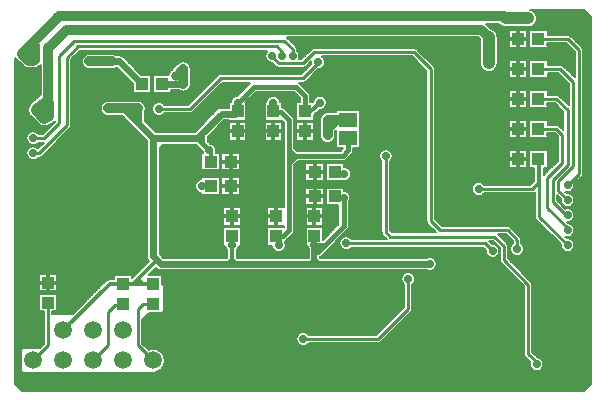
<source format=gbl>
G04 DipTrace 3.3.1.1*
G04 Bottom.gbl*
%MOIN*%
G04 #@! TF.FileFunction,Copper,L2,Bot*
G04 #@! TF.Part,Single*
G04 #@! TA.AperFunction,Conductor*
%ADD13C,0.01*%
G04 #@! TA.AperFunction,CopperBalancing*
%ADD14C,0.012*%
G04 #@! TA.AperFunction,Conductor*
%ADD15C,0.032*%
%ADD16C,0.015*%
%ADD17C,0.016*%
%ADD18C,0.04*%
G04 #@! TA.AperFunction,ViaPad*
%ADD19C,0.035622*%
G04 #@! TA.AperFunction,Conductor*
%ADD21C,0.024*%
%ADD22C,0.024016*%
%ADD23C,0.014*%
%ADD24C,0.02*%
%ADD25C,0.022*%
G04 #@! TA.AperFunction,ViaPad*
%ADD27C,0.031685*%
G04 #@! TA.AperFunction,CopperBalancing*
%ADD28C,0.006*%
%ADD29C,0.013*%
%ADD37R,0.03937X0.043307*%
%ADD38R,0.043307X0.03937*%
%ADD43R,0.063X0.046*%
G04 #@! TA.AperFunction,ViaPad*
%ADD57C,0.027699*%
%ADD60C,0.027748*%
%ADD62C,0.059055*%
%FSLAX26Y26*%
G04*
G70*
G90*
G75*
G01*
G04 Bottom*
%LPD*%
X1499951Y887451D2*
D13*
X1962450D1*
X1987450Y862451D1*
X2139665Y1468701D2*
X2212451D1*
X2256201Y1424951D1*
Y1143701D1*
X2206201Y1093701D1*
Y1062450D1*
X2237450Y1031201D1*
X456201Y1237451D2*
X493702D1*
X543701Y1287450D1*
Y1512449D1*
X593702Y1562450D1*
X1293702D1*
X1320562Y1535591D1*
Y1512451D1*
X1286706D2*
Y1525696D1*
X1268701Y1543701D1*
X606201D1*
X568701Y1506201D1*
Y1281201D1*
X474951Y1187451D1*
X456201D1*
X2068701Y868701D2*
Y899950D1*
X2037450Y931201D1*
X1812451D1*
X1781201Y962451D1*
Y1468699D1*
X1724950Y1524950D1*
X1393701D1*
X1356201Y1487450D1*
X1274951D1*
X1252741Y1509660D1*
Y1512823D1*
X2139665Y1368701D2*
X2199950D1*
X2237450Y1331201D1*
Y1149950D1*
X2187450Y1099950D1*
Y1024951D1*
X2231201Y981201D1*
X2237450D1*
X2139665Y1268701D2*
X2199950D1*
X2218701Y1249950D1*
Y1156201D1*
X2168701Y1106201D1*
Y1006201D1*
X2237450Y937451D1*
Y931201D1*
X2139665Y1568701D2*
X2237450D1*
X2274950Y1531201D1*
Y1118701D1*
X2237450Y1081201D1*
Y881201D2*
X2143701Y974950D1*
Y1168701D1*
X2139665D1*
Y1089665D1*
X2118701Y1068701D1*
X1940576D1*
X2134325Y484325D2*
Y490576D1*
X2106201Y518701D1*
Y749951D1*
X2024951Y831201D1*
Y878075D1*
X1993701Y909325D1*
X1646827D1*
X1631201Y924951D1*
Y1177756D1*
X874951Y1335236D2*
X978987D1*
X1081202Y1437451D1*
X1356201D1*
X1406201Y1487451D1*
Y1490576D1*
X456201Y1499950D2*
D15*
X437451D1*
X418701Y1518701D1*
X543701Y1643701D1*
X2024951D1*
X2031202Y1637450D1*
D18*
X2068701D1*
X2106201D1*
X2068701Y1637451D2*
D15*
Y1637450D1*
X2031201Y1637451D2*
X2031202Y1637450D1*
X2068701Y1637451D1*
X2106201D1*
Y1637450D1*
X456201Y1543701D2*
X418701Y1518701D1*
X424950D2*
D18*
X443701Y1499950D1*
X456201D1*
D15*
X462450D1*
Y1543701D1*
X456201D1*
X424950Y1518701D2*
D18*
X449950Y1543701D1*
X456201D1*
X1706201Y768701D2*
D13*
Y668701D1*
X1606201Y568701D1*
X1356201D1*
X1974950Y1487451D2*
D18*
Y1574951D1*
D15*
X1949951Y1599950D1*
X568699D1*
X506201Y1537451D1*
Y1356201D1*
D18*
X499951D1*
Y1349951D1*
X506201D1*
Y1312451D1*
X499951D1*
X1974950Y1487451D2*
D16*
Y1531201D1*
Y1574950D1*
X499951Y1349951D2*
D15*
D3*
Y1312451D2*
Y1349951D1*
X468701Y1331201D2*
D18*
X487451Y1349951D1*
D19*
X499951D1*
X468701Y1331201D2*
D18*
X493701Y1306201D1*
D19*
X499951Y1312451D1*
X506201Y689272D2*
D13*
Y546825D1*
X456201Y496825D1*
X856201D2*
X806201Y546825D1*
Y668701D1*
X822736Y685236D1*
X856201D1*
X656201Y496825D2*
X706201Y546825D1*
Y659325D1*
X728076Y681201D1*
X752165D1*
X756201Y685236D1*
X1047736Y1078076D2*
D14*
X1018701D1*
X1493701Y1118701D2*
X1467790D1*
X1461541Y1124950D1*
X956201Y1418701D2*
D21*
X885630D1*
X956201Y1468701D2*
D15*
Y1418701D1*
X1506201Y1298701D2*
X1471825Y1299950D1*
X1453764D1*
X1437450D1*
Y1283636D1*
Y1246825D1*
D21*
Y1265575D1*
X1471825Y1299950D1*
X1437450Y1283636D2*
D16*
X1453764Y1299950D1*
X1437450D2*
X1504951D1*
X1506201Y1298701D1*
X956201Y1418701D2*
Y1443701D1*
X931201D1*
Y1456201D1*
X943701Y1468701D1*
X956201D1*
X1437450Y1299950D2*
Y1246825D1*
X1778076Y818701D2*
D22*
X1393701D1*
X1118701D1*
X881201D1*
X868701Y831201D1*
X856201Y843701D1*
Y1237451D1*
X1002899D1*
X1020175Y1254727D1*
X1084325Y1318878D1*
X1129163D1*
X1137450Y1327165D1*
X1118701Y910236D2*
D14*
Y881201D1*
X1393701Y910236D2*
Y881201D1*
X868701Y831201D2*
D23*
X806201Y768701D1*
X821547Y753354D1*
X790854D1*
X806201Y768701D1*
X1047736Y1159325D2*
D14*
Y1189665D1*
X1043172Y1197177D1*
X821547Y753354D2*
D23*
X855012D1*
X856201Y752165D1*
X790854Y753354D2*
X757390D1*
X756201Y752165D1*
X1393701Y881201D2*
D17*
X1428076D1*
X1490576Y943701D1*
Y1039961D1*
X706201Y1337451D2*
D15*
X806201D1*
X756201D2*
D21*
X782764Y1314013D1*
Y1310888D1*
X806202Y1287450D1*
X856201Y1237451D1*
X1043172Y1197177D2*
D17*
X1020180Y1220171D1*
X1002899Y1237451D1*
X1393701Y881201D2*
Y868701D1*
X1415576D1*
X1428076Y881201D1*
X1393701D2*
X1406201Y868701D1*
Y859325D1*
X1428076Y881201D1*
X1362450Y1327165D2*
D14*
X1383415D1*
X1412450Y1356201D1*
X1137450D2*
D17*
X1190575Y1409325D1*
X1331201D1*
X1362450Y1378076D1*
Y1327165D1*
X1137450D2*
D14*
Y1356201D1*
X1118701Y881201D2*
Y818701D1*
X1393701Y881201D2*
D24*
Y818701D1*
X1020175Y1254727D2*
D17*
X1020180Y1220171D1*
X718701Y1493701D2*
D15*
X643701D1*
X756201Y752165D2*
D23*
X711541D1*
X556201Y596825D1*
X1461541Y1043701D2*
D17*
X1476550Y1039961D1*
X1490576D2*
X1476550D1*
X782764Y1314013D2*
D21*
X806201Y1337450D1*
Y1337451D1*
D15*
X756201D1*
X806201D2*
D21*
X806202Y1287450D1*
X718701Y1493701D2*
D25*
X743701D1*
X818701Y1418701D1*
X718701Y1493701D2*
D27*
X681201D1*
X643701D2*
X681201D1*
X1506201Y1238701D2*
D17*
Y1196827D1*
X1487450Y1178076D1*
X1328075D1*
X1309325Y1196825D1*
Y1156199D1*
X1328076Y1174950D1*
Y1178076D1*
X1318701D1*
X1309325Y1196825D2*
Y1296827D1*
X1281201Y1324951D1*
X1258415D1*
X1256201Y1327165D1*
X1309325Y1156199D2*
Y931201D1*
X1288361Y910236D1*
X1265576D1*
X1256201Y1327165D2*
D13*
Y1356201D1*
X1265576Y910236D2*
X1274950Y900862D1*
Y881201D1*
D57*
X456201Y1187451D3*
Y1237451D3*
D19*
X2106201Y1637450D3*
X1974950Y1487451D3*
X456201Y1499950D3*
X499951Y1312451D3*
X1974950Y1531201D3*
Y1574950D3*
X2068701Y1637451D3*
X2031201D3*
X456201Y1543701D3*
X424950Y1518701D3*
X499951Y1349951D3*
X468701Y1331201D3*
D60*
X1274950Y881201D3*
D19*
X599951Y1337451D3*
Y1299951D3*
D60*
X837450Y1506201D3*
X1199950Y1356201D3*
X1387451Y668701D3*
X1274951Y418701D3*
X1906201D3*
D19*
X2199951Y587451D3*
D60*
X1706201Y1068701D3*
D19*
X2287451Y587451D3*
X2156201D3*
D60*
X1306201Y718701D3*
X1006201Y1306201D3*
X1131201Y743701D3*
X2274950Y1637451D3*
D62*
X456201Y596825D3*
D19*
X643701Y1299951D3*
D60*
X656201Y768701D3*
X968701D3*
X1806201Y668701D3*
X1762450Y940576D3*
D19*
X643701Y1374950D3*
D60*
X1137450Y1490576D3*
X1462450Y862451D3*
X1256201Y1190576D3*
X1490576Y1039961D3*
X1137450Y1356201D3*
X1118701Y881201D3*
D62*
X556201Y596825D3*
D27*
X643701Y1493701D3*
X756201Y1337451D3*
D60*
X1043172Y1197177D3*
X2237450Y981201D3*
Y1081201D3*
X1940576Y1068701D3*
D62*
X456201Y496825D3*
X656201D3*
D60*
X1018701Y1078076D3*
D27*
X956201Y1468701D3*
X931201Y1443701D3*
D60*
X1706201Y768701D3*
X1499951Y887451D3*
X1252741Y1512823D3*
D62*
X756201Y496825D3*
Y596825D3*
D60*
X1631201Y1177756D3*
X874951Y1335236D3*
D19*
X643701Y1337451D3*
X599951Y1374950D3*
D60*
X993701Y1506201D3*
X1337450Y881201D3*
X599951Y687451D3*
X1768701Y418701D3*
X1403201Y740576D3*
X1831201Y593701D3*
X1974951Y1168701D3*
X1931201Y712450D3*
D19*
X2287450Y543701D3*
X2243701Y587451D3*
D60*
X856201Y1368701D3*
X765576Y1384325D3*
X1456201Y968701D3*
X1524951Y1562451D3*
D62*
X856201Y596825D3*
D60*
X1856201Y1006201D3*
X1574950Y1412451D3*
X1318701Y1356201D3*
X1024950Y912450D3*
D19*
X2156201Y543701D3*
D60*
X2062450Y693701D3*
X1206201Y1190576D3*
X1203076Y943701D3*
X1412450Y1356201D3*
X1778076Y818701D3*
X1393701Y881201D3*
D27*
X718701Y1493701D3*
X706201Y1337451D3*
X806201D3*
D60*
X2237450Y1031201D3*
Y931201D3*
Y881201D3*
D62*
X556201Y496825D3*
X856201D3*
D60*
X1493701Y1118701D3*
D27*
X1437450Y1299950D3*
X956201Y1418701D3*
X1437450Y1246825D3*
D60*
X1356201Y568701D3*
X1987450Y862451D3*
X1320562Y1512451D3*
X1286706D3*
X2068701Y868701D3*
D62*
X656201Y596825D3*
D60*
X2134325Y484325D3*
X1406201Y1490576D3*
X1256201Y1356201D3*
D27*
X681201Y1493701D3*
X2125612Y1659832D2*
D28*
X2297732D1*
X2130932Y1653963D2*
X2303591D1*
X2134037Y1648094D2*
X2309462D1*
X2135643Y1642226D2*
X2315098D1*
X2136017Y1636357D2*
X2315098D1*
X2135197Y1630488D2*
X2315098D1*
X2133076Y1624619D2*
X2315098D1*
X2129280Y1618751D2*
X2315098D1*
X1973315Y1612882D2*
X2014747D1*
X2122659D2*
X2315098D1*
X1979185Y1607013D2*
X2315098D1*
X1988549Y1601144D2*
X2315098D1*
X1996576Y1595276D2*
X2041243D1*
X2104224D2*
X2108169D1*
X2171163D2*
X2315098D1*
X2000971Y1589407D2*
X2041243D1*
X2104224D2*
X2108169D1*
X2171163D2*
X2315098D1*
X2003501Y1583538D2*
X2041243D1*
X2104224D2*
X2108169D1*
X2171163D2*
X2315098D1*
X2004663Y1577669D2*
X2041243D1*
X2104224D2*
X2108169D1*
X2249220D2*
X2315098D1*
X1305088Y1571801D2*
X1941810D1*
X2004791D2*
X2041243D1*
X2104224D2*
X2108169D1*
X2255092D2*
X2315098D1*
X1310959Y1565932D2*
X1945114D1*
X2004791D2*
X2041243D1*
X2104224D2*
X2108169D1*
X2260963D2*
X2315098D1*
X1316831Y1560063D2*
X1945114D1*
X2004791D2*
X2041243D1*
X2104224D2*
X2108169D1*
X2266823D2*
X2315098D1*
X1322701Y1554194D2*
X1945114D1*
X2004791D2*
X2041243D1*
X2104224D2*
X2108169D1*
X2171163D2*
X2231217D1*
X2272693D2*
X2315098D1*
X1328560Y1548325D2*
X1945114D1*
X2004791D2*
X2041243D1*
X2104224D2*
X2108169D1*
X2171163D2*
X2237087D1*
X2278564D2*
X2315098D1*
X1333635Y1542457D2*
X1945114D1*
X2004791D2*
X2041243D1*
X2104224D2*
X2108169D1*
X2171163D2*
X2242958D1*
X2284436D2*
X2315098D1*
X1335369Y1536588D2*
X1384900D1*
X1733760D2*
X1945114D1*
X2004791D2*
X2248829D1*
X2288736D2*
X2315098D1*
X1335404Y1530719D2*
X1378735D1*
X1739924D2*
X1945114D1*
X2004791D2*
X2254689D1*
X2289791D2*
X2315098D1*
X608092Y1524850D2*
X1232403D1*
X1340667D2*
X1372865D1*
X1745783D2*
X1945114D1*
X2004791D2*
X2260114D1*
X2289791D2*
X2315098D1*
X602220Y1518982D2*
X1229861D1*
X1343337D2*
X1366993D1*
X1751655D2*
X1945114D1*
X2004791D2*
X2260114D1*
X2289791D2*
X2315098D1*
X596349Y1513113D2*
X626966D1*
X750029D2*
X1229029D1*
X1344264D2*
X1361122D1*
X1757525D2*
X1945114D1*
X2004791D2*
X2260114D1*
X2289791D2*
X2315098D1*
X590479Y1507244D2*
X621798D1*
X759381D2*
X1229709D1*
X1343677D2*
X1355251D1*
X1422815D2*
X1721919D1*
X1763396D2*
X1945114D1*
X2004791D2*
X2260114D1*
X2289791D2*
X2315098D1*
X584619Y1501375D2*
X619056D1*
X765252D2*
X1232064D1*
X1427232D2*
X1727790D1*
X1769268D2*
X1945114D1*
X2004791D2*
X2260114D1*
X2289791D2*
X2315098D1*
X397301Y1495507D2*
X405598D1*
X583541D2*
X617930D1*
X771123D2*
X1236833D1*
X1429388D2*
X1733661D1*
X1775139D2*
X1945114D1*
X2004791D2*
X2041243D1*
X2104224D2*
X2108169D1*
X2171163D2*
X2260114D1*
X2289791D2*
X2315098D1*
X397301Y1489638D2*
X411470D1*
X583541D2*
X618189D1*
X776983D2*
X941509D1*
X970892D2*
X1252021D1*
X1379127D2*
X1382504D1*
X1429892D2*
X1739521D1*
X1780999D2*
X1945114D1*
X2004791D2*
X2041243D1*
X2104224D2*
X2108169D1*
X2171163D2*
X2260114D1*
X2289791D2*
X2315098D1*
X397301Y1483769D2*
X417341D1*
X583541D2*
X619900D1*
X782853D2*
X935357D1*
X977045D2*
X1257892D1*
X1373256D2*
X1381782D1*
X1428885D2*
X1745392D1*
X1786869D2*
X1945337D1*
X2004556D2*
X2041243D1*
X2104224D2*
X2108169D1*
X2171163D2*
X2260114D1*
X2289791D2*
X2315098D1*
X397301Y1477900D2*
X423892D1*
X476009D2*
X480365D1*
X583541D2*
X623415D1*
X788724D2*
X928630D1*
X980303D2*
X1263762D1*
X1367385D2*
X1375911D1*
X1426131D2*
X1751262D1*
X1792669D2*
X1946709D1*
X2003185D2*
X2041243D1*
X2104224D2*
X2108169D1*
X2223991D2*
X2260114D1*
X2289791D2*
X2315098D1*
X397301Y1472031D2*
X434415D1*
X465487D2*
X480365D1*
X583541D2*
X630154D1*
X732240D2*
X736150D1*
X794596D2*
X922759D1*
X981815D2*
X1370041D1*
X1420600D2*
X1757134D1*
X1795647D2*
X1949509D1*
X2000396D2*
X2041243D1*
X2104224D2*
X2108169D1*
X2229861D2*
X2260114D1*
X2289791D2*
X2315098D1*
X397301Y1466163D2*
X480365D1*
X583541D2*
X742021D1*
X800467D2*
X917146D1*
X982037D2*
X1364169D1*
X1405647D2*
X1763005D1*
X1796045D2*
X1954302D1*
X1995592D2*
X2041243D1*
X2104224D2*
X2108169D1*
X2235732D2*
X2260114D1*
X2289791D2*
X2315098D1*
X397301Y1460294D2*
X480365D1*
X583541D2*
X747881D1*
X806327D2*
X911790D1*
X982037D2*
X1358310D1*
X1399787D2*
X1766357D1*
X1796045D2*
X1963513D1*
X1986392D2*
X2041243D1*
X2104224D2*
X2108169D1*
X2241592D2*
X2260114D1*
X2289791D2*
X2315098D1*
X397301Y1454425D2*
X480365D1*
X583541D2*
X753751D1*
X812197D2*
X907923D1*
X982037D2*
X1352438D1*
X1393916D2*
X1766357D1*
X1796045D2*
X2041243D1*
X2104224D2*
X2108169D1*
X2171163D2*
X2205986D1*
X2247463D2*
X2260114D1*
X2289791D2*
X2315098D1*
X397301Y1448556D2*
X480365D1*
X583541D2*
X759622D1*
X848220D2*
X856102D1*
X982037D2*
X1071693D1*
X1388045D2*
X1766357D1*
X1796045D2*
X2041243D1*
X2104224D2*
X2108169D1*
X2171163D2*
X2211857D1*
X2253335D2*
X2260114D1*
X2289791D2*
X2315098D1*
X397301Y1442688D2*
X480365D1*
X583541D2*
X765493D1*
X848220D2*
X856102D1*
X982037D2*
X1065705D1*
X1382173D2*
X1766357D1*
X1796045D2*
X2041243D1*
X2104224D2*
X2108169D1*
X2171163D2*
X2217728D1*
X2289791D2*
X2315098D1*
X397301Y1436819D2*
X480365D1*
X583541D2*
X771365D1*
X848220D2*
X856102D1*
X982037D2*
X1059833D1*
X1376303D2*
X1766357D1*
X1796045D2*
X2223598D1*
X2289791D2*
X2315098D1*
X397301Y1430950D2*
X480365D1*
X583541D2*
X777224D1*
X848220D2*
X856102D1*
X982037D2*
X1053962D1*
X1370444D2*
X1766357D1*
X1796045D2*
X2229458D1*
X2289791D2*
X2315098D1*
X397301Y1425081D2*
X480365D1*
X583541D2*
X783094D1*
X848220D2*
X856102D1*
X982037D2*
X1048091D1*
X1363857D2*
X1766357D1*
X1796045D2*
X2235329D1*
X2289791D2*
X2315098D1*
X397301Y1419213D2*
X480365D1*
X583541D2*
X788966D1*
X848220D2*
X856102D1*
X982037D2*
X1042220D1*
X1083697D2*
X1175486D1*
X1346291D2*
X1766357D1*
X1796045D2*
X2241201D1*
X2289791D2*
X2315098D1*
X397301Y1413344D2*
X480365D1*
X583541D2*
X789177D1*
X848220D2*
X856102D1*
X981463D2*
X1036361D1*
X1077837D2*
X1169614D1*
X1352163D2*
X1766357D1*
X1796045D2*
X2241365D1*
X2289791D2*
X2315098D1*
X397301Y1407475D2*
X480365D1*
X583541D2*
X789177D1*
X848220D2*
X856102D1*
X979412D2*
X1030490D1*
X1071967D2*
X1163743D1*
X1358033D2*
X1766357D1*
X1796045D2*
X2241365D1*
X2289791D2*
X2315098D1*
X397301Y1401606D2*
X480365D1*
X583541D2*
X789177D1*
X848220D2*
X856102D1*
X975369D2*
X1024618D1*
X1066096D2*
X1157873D1*
X1363904D2*
X1766357D1*
X1796045D2*
X2241365D1*
X2289791D2*
X2315098D1*
X397301Y1395738D2*
X480365D1*
X583541D2*
X789177D1*
X848220D2*
X856102D1*
X915159D2*
X945130D1*
X967272D2*
X1018747D1*
X1060224D2*
X1152001D1*
X1369776D2*
X1766357D1*
X1796045D2*
X2041243D1*
X2104224D2*
X2108169D1*
X2171163D2*
X2241365D1*
X2289791D2*
X2315098D1*
X397301Y1389869D2*
X480365D1*
X583541D2*
X789177D1*
X848220D2*
X856102D1*
X915159D2*
X1012877D1*
X1054353D2*
X1146142D1*
X1196104D2*
X1325673D1*
X1375623D2*
X1766357D1*
X1796045D2*
X2041243D1*
X2104224D2*
X2108169D1*
X2171163D2*
X2241365D1*
X2289791D2*
X2315098D1*
X397301Y1384000D2*
X479591D1*
X583541D2*
X1007017D1*
X1048495D2*
X1140270D1*
X1190232D2*
X1331545D1*
X1379244D2*
X1766357D1*
X1796045D2*
X2041243D1*
X2104224D2*
X2108169D1*
X2171163D2*
X2241365D1*
X2289791D2*
X2315098D1*
X397301Y1378131D2*
X473685D1*
X583541D2*
X1001146D1*
X1042623D2*
X1129549D1*
X1184361D2*
X1248294D1*
X1264108D2*
X1337415D1*
X1380287D2*
X1404552D1*
X1420353D2*
X1766357D1*
X1796045D2*
X2041243D1*
X2104224D2*
X2108169D1*
X2211264D2*
X2241365D1*
X2289791D2*
X2315098D1*
X397301Y1372262D2*
X467814D1*
X583541D2*
X995274D1*
X1036752D2*
X1120232D1*
X1178491D2*
X1238978D1*
X1273424D2*
X1343286D1*
X1380287D2*
X1395224D1*
X1429669D2*
X1766357D1*
X1796045D2*
X2041243D1*
X2104224D2*
X2108169D1*
X2217123D2*
X2241365D1*
X2289791D2*
X2315098D1*
X397301Y1366394D2*
X461942D1*
X583541D2*
X989403D1*
X1030881D2*
X1116106D1*
X1172619D2*
X1234853D1*
X1277549D2*
X1344610D1*
X1380287D2*
X1391110D1*
X1433795D2*
X1766357D1*
X1796045D2*
X2041243D1*
X2104224D2*
X2108169D1*
X2222995D2*
X2241365D1*
X2289791D2*
X2315098D1*
X397301Y1360525D2*
X456071D1*
X583541D2*
X695369D1*
X817037D2*
X983533D1*
X1025009D2*
X1114150D1*
X1166760D2*
X1232896D1*
X1279505D2*
X1344610D1*
X1380287D2*
X1389142D1*
X1435752D2*
X1766357D1*
X1796045D2*
X2041243D1*
X2104224D2*
X2108169D1*
X2228865D2*
X2241365D1*
X2289791D2*
X2315098D1*
X397301Y1354656D2*
X450201D1*
X583541D2*
X687130D1*
X825264D2*
X861822D1*
X888088D2*
X977673D1*
X1019151D2*
X1107927D1*
X1166971D2*
X1226673D1*
X1285728D2*
X1332927D1*
X1436115D2*
X1766357D1*
X1796045D2*
X2041243D1*
X2104224D2*
X2108169D1*
X2234736D2*
X2241365D1*
X2289791D2*
X2315098D1*
X397301Y1348787D2*
X444739D1*
X583541D2*
X683052D1*
X829353D2*
X855622D1*
X1013280D2*
X1107927D1*
X1166971D2*
X1226673D1*
X1285728D2*
X1332927D1*
X1434944D2*
X1766357D1*
X1796045D2*
X2041243D1*
X2104224D2*
X2108169D1*
X2171163D2*
X2199130D1*
X2289791D2*
X2315098D1*
X397301Y1342919D2*
X441306D1*
X583541D2*
X680954D1*
X831440D2*
X852552D1*
X1007408D2*
X1107927D1*
X1166971D2*
X1226673D1*
X1285728D2*
X1332927D1*
X1431967D2*
X1766357D1*
X1796045D2*
X2041243D1*
X2104224D2*
X2108169D1*
X2171163D2*
X2204990D1*
X2289791D2*
X2315098D1*
X397301Y1337050D2*
X439454D1*
X583541D2*
X680369D1*
X832037D2*
X851310D1*
X1001537D2*
X1072713D1*
X1166971D2*
X1226673D1*
X1294084D2*
X1332927D1*
X1425991D2*
X1766357D1*
X1796045D2*
X2210861D1*
X2289791D2*
X2315098D1*
X397301Y1331181D2*
X438857D1*
X583541D2*
X681154D1*
X831252D2*
X851591D1*
X995667D2*
X1065974D1*
X1166971D2*
X1226673D1*
X1299955D2*
X1332927D1*
X1409584D2*
X1766357D1*
X1796045D2*
X2216732D1*
X2289791D2*
X2315098D1*
X397301Y1325312D2*
X439454D1*
X583541D2*
X683474D1*
X828932D2*
X853478D1*
X989807D2*
X1060114D1*
X1166971D2*
X1226673D1*
X1305827D2*
X1332927D1*
X1403713D2*
X1464857D1*
X1547537D2*
X1766357D1*
X1796045D2*
X2222602D1*
X2289791D2*
X2315098D1*
X397301Y1319444D2*
X441329D1*
X583541D2*
X687915D1*
X828041D2*
X857474D1*
X892424D2*
X1054243D1*
X1166971D2*
X1226673D1*
X1311685D2*
X1332927D1*
X1397841D2*
X1420818D1*
X1547537D2*
X1766357D1*
X1796045D2*
X2222614D1*
X2289791D2*
X2315098D1*
X397301Y1313575D2*
X444774D1*
X583541D2*
X697419D1*
X828041D2*
X866286D1*
X883612D2*
X1048373D1*
X1166971D2*
X1226673D1*
X1317556D2*
X1332927D1*
X1391971D2*
X1415602D1*
X1547537D2*
X1766357D1*
X1796045D2*
X2222614D1*
X2289791D2*
X2315098D1*
X397301Y1307706D2*
X450247D1*
X583541D2*
X757209D1*
X828041D2*
X1042501D1*
X1166971D2*
X1226673D1*
X1323299D2*
X1332927D1*
X1391971D2*
X1412825D1*
X1547537D2*
X1766357D1*
X1796045D2*
X2222614D1*
X2289791D2*
X2315098D1*
X397301Y1301837D2*
X456118D1*
X583541D2*
X762950D1*
X828041D2*
X1036630D1*
X1166971D2*
X1226673D1*
X1326416D2*
X1332927D1*
X1391971D2*
X1411677D1*
X1547537D2*
X1766357D1*
X1796045D2*
X2222614D1*
X2289791D2*
X2315098D1*
X397301Y1295969D2*
X461978D1*
X583541D2*
X767052D1*
X828323D2*
X1030770D1*
X1092064D2*
X1285209D1*
X1327167D2*
X1411606D1*
X1547537D2*
X1766357D1*
X1796045D2*
X2041243D1*
X2104224D2*
X2108169D1*
X2171163D2*
X2222614D1*
X2289791D2*
X2315098D1*
X397301Y1290100D2*
X467849D1*
X583541D2*
X772911D1*
X834193D2*
X1024900D1*
X1086193D2*
X1107927D1*
X1166971D2*
X1226673D1*
X1285728D2*
X1291067D1*
X1327167D2*
X1332927D1*
X1391971D2*
X1411606D1*
X1547537D2*
X1766357D1*
X1796045D2*
X2041243D1*
X2104224D2*
X2108169D1*
X2171163D2*
X2222614D1*
X2289791D2*
X2315098D1*
X397301Y1284231D2*
X473802D1*
X514459D2*
X519739D1*
X583541D2*
X778782D1*
X840064D2*
X1019029D1*
X1080323D2*
X1107927D1*
X1166971D2*
X1226673D1*
X1285728D2*
X1291490D1*
X1327167D2*
X1332927D1*
X1391971D2*
X1411606D1*
X1547537D2*
X1766357D1*
X1796045D2*
X2041243D1*
X2104224D2*
X2108169D1*
X2171163D2*
X2222614D1*
X2289791D2*
X2315098D1*
X397301Y1278362D2*
X484161D1*
X503244D2*
X513881D1*
X583260D2*
X784654D1*
X845924D2*
X1013157D1*
X1074463D2*
X1107927D1*
X1166971D2*
X1226673D1*
X1285728D2*
X1291490D1*
X1327167D2*
X1332927D1*
X1391971D2*
X1411606D1*
X1547537D2*
X1766357D1*
X1796045D2*
X2041243D1*
X2104224D2*
X2108169D1*
X2211029D2*
X2222614D1*
X2289791D2*
X2315098D1*
X397301Y1272493D2*
X508009D1*
X580564D2*
X790525D1*
X851795D2*
X1007286D1*
X1068592D2*
X1107927D1*
X1166971D2*
X1226673D1*
X1285728D2*
X1291490D1*
X1327167D2*
X1332927D1*
X1391971D2*
X1411606D1*
X1547537D2*
X1766357D1*
X1796045D2*
X2041243D1*
X2104224D2*
X2108169D1*
X2216900D2*
X2222614D1*
X2289791D2*
X2315098D1*
X397301Y1266625D2*
X502138D1*
X574857D2*
X796385D1*
X857667D2*
X1001427D1*
X1062720D2*
X1107927D1*
X1166971D2*
X1226673D1*
X1285728D2*
X1291490D1*
X1327167D2*
X1332927D1*
X1391971D2*
X1411606D1*
X1547537D2*
X1766357D1*
X1796045D2*
X2041243D1*
X2104224D2*
X2108169D1*
X2289791D2*
X2315098D1*
X397301Y1260756D2*
X496266D1*
X568999D2*
X802255D1*
X863537D2*
X995556D1*
X1056849D2*
X1107927D1*
X1166971D2*
X1226673D1*
X1285728D2*
X1291490D1*
X1327167D2*
X1332927D1*
X1391971D2*
X1411606D1*
X1547537D2*
X1766357D1*
X1796045D2*
X2041243D1*
X2104224D2*
X2108169D1*
X2289791D2*
X2315098D1*
X397301Y1254887D2*
X440462D1*
X471944D2*
X490396D1*
X563127D2*
X808126D1*
X1050979D2*
X1107927D1*
X1166971D2*
X1226673D1*
X1285728D2*
X1291490D1*
X1327167D2*
X1332927D1*
X1391971D2*
X1411606D1*
X1547537D2*
X1766357D1*
X1796045D2*
X2041243D1*
X2104224D2*
X2108169D1*
X2289791D2*
X2315098D1*
X397301Y1249018D2*
X435622D1*
X557256D2*
X813997D1*
X1045119D2*
X1107927D1*
X1166971D2*
X1226673D1*
X1285728D2*
X1291490D1*
X1327167D2*
X1332927D1*
X1391971D2*
X1411606D1*
X1547537D2*
X1766357D1*
X1796045D2*
X2041243D1*
X2104224D2*
X2108169D1*
X2171163D2*
X2198896D1*
X2289791D2*
X2315098D1*
X397301Y1243150D2*
X433220D1*
X551385D2*
X819869D1*
X1039248D2*
X1107927D1*
X1166971D2*
X1226673D1*
X1285728D2*
X1291490D1*
X1327167D2*
X1332927D1*
X1391971D2*
X1411877D1*
X1547537D2*
X1766357D1*
X1796045D2*
X2041243D1*
X2104224D2*
X2108169D1*
X2171163D2*
X2203865D1*
X2289791D2*
X2315098D1*
X397301Y1237281D2*
X432517D1*
X545513D2*
X825728D1*
X1038017D2*
X1107927D1*
X1166971D2*
X1226673D1*
X1285728D2*
X1291490D1*
X1327167D2*
X1332927D1*
X1391971D2*
X1413482D1*
X1461416D2*
X1464857D1*
X1547537D2*
X1766357D1*
X1796045D2*
X2203865D1*
X2289791D2*
X2315098D1*
X397301Y1231412D2*
X433314D1*
X539655D2*
X831598D1*
X1038017D2*
X1107927D1*
X1166971D2*
X1226673D1*
X1285728D2*
X1291490D1*
X1327167D2*
X1332927D1*
X1391971D2*
X1416869D1*
X1458041D2*
X1464857D1*
X1547537D2*
X1766357D1*
X1796045D2*
X2203865D1*
X2289791D2*
X2315098D1*
X397301Y1225543D2*
X435822D1*
X533783D2*
X834353D1*
X1039787D2*
X1291490D1*
X1327167D2*
X1423278D1*
X1451619D2*
X1464857D1*
X1547537D2*
X1766357D1*
X1796045D2*
X2203865D1*
X2289791D2*
X2315098D1*
X397301Y1219675D2*
X440861D1*
X471533D2*
X486434D1*
X527912D2*
X834353D1*
X1049080D2*
X1291490D1*
X1327167D2*
X1464857D1*
X1547537D2*
X1766357D1*
X1796045D2*
X2203865D1*
X2289791D2*
X2315098D1*
X397301Y1213806D2*
X480564D1*
X522041D2*
X834353D1*
X886845D2*
X1001567D1*
X1059827D2*
X1291490D1*
X1327167D2*
X1464857D1*
X1547537D2*
X1766357D1*
X1796045D2*
X2203865D1*
X2289791D2*
X2315098D1*
X397301Y1207937D2*
X444950D1*
X467455D2*
X474693D1*
X516169D2*
X834353D1*
X880975D2*
X1007427D1*
X1064232D2*
X1291490D1*
X1327167D2*
X1464857D1*
X1547537D2*
X1766357D1*
X1796045D2*
X2203865D1*
X2289791D2*
X2315098D1*
X397301Y1202068D2*
X437732D1*
X510311D2*
X834353D1*
X878045D2*
X1013298D1*
X1066365D2*
X1291490D1*
X1329064D2*
X1486466D1*
X1524041D2*
X1766357D1*
X1796045D2*
X2203865D1*
X2289791D2*
X2315098D1*
X397301Y1196199D2*
X434228D1*
X504440D2*
X834353D1*
X878045D2*
X1019169D1*
X1066869D2*
X1291490D1*
X1334936D2*
X1480594D1*
X1524029D2*
X1616673D1*
X1645728D2*
X1766357D1*
X1796045D2*
X2041243D1*
X2104224D2*
X2108169D1*
X2171163D2*
X2203865D1*
X2289791D2*
X2315098D1*
X397301Y1190331D2*
X432693D1*
X498568D2*
X834353D1*
X878045D2*
X1020493D1*
X1065849D2*
X1291490D1*
X1522776D2*
X1611213D1*
X1651189D2*
X1766357D1*
X1796045D2*
X2041243D1*
X2104224D2*
X2108169D1*
X2171163D2*
X2203865D1*
X2289791D2*
X2315098D1*
X397301Y1184462D2*
X432705D1*
X492697D2*
X834353D1*
X878045D2*
X1016239D1*
X1079232D2*
X1083177D1*
X1146159D2*
X1291490D1*
X1518815D2*
X1608482D1*
X1653920D2*
X1766357D1*
X1796045D2*
X2041243D1*
X2104224D2*
X2108169D1*
X2171163D2*
X2203865D1*
X2289791D2*
X2315098D1*
X397301Y1178593D2*
X434274D1*
X486827D2*
X834353D1*
X878045D2*
X1016239D1*
X1079232D2*
X1083177D1*
X1146159D2*
X1291490D1*
X1512944D2*
X1607497D1*
X1654904D2*
X1766357D1*
X1796045D2*
X2041243D1*
X2104224D2*
X2108169D1*
X2171163D2*
X2203865D1*
X2289791D2*
X2315098D1*
X397301Y1172724D2*
X437814D1*
X474580D2*
X834353D1*
X878045D2*
X1016239D1*
X1079232D2*
X1083177D1*
X1146159D2*
X1291490D1*
X1507084D2*
X1608037D1*
X1654365D2*
X1766357D1*
X1796045D2*
X2041243D1*
X2104224D2*
X2108169D1*
X2171163D2*
X2203865D1*
X2289791D2*
X2315098D1*
X397301Y1166856D2*
X445161D1*
X467244D2*
X834353D1*
X878045D2*
X1016239D1*
X1079232D2*
X1083177D1*
X1146159D2*
X1291490D1*
X1501213D2*
X1610217D1*
X1652185D2*
X1766357D1*
X1796045D2*
X2041243D1*
X2104224D2*
X2108169D1*
X2171163D2*
X2203865D1*
X2289791D2*
X2315098D1*
X397301Y1160987D2*
X834353D1*
X878045D2*
X1016239D1*
X1079232D2*
X1083177D1*
X1146159D2*
X1291490D1*
X1490327D2*
X1614693D1*
X1647709D2*
X1766357D1*
X1796045D2*
X2041243D1*
X2104224D2*
X2108169D1*
X2171163D2*
X2202751D1*
X2289791D2*
X2315098D1*
X397301Y1155118D2*
X834353D1*
X878045D2*
X1016239D1*
X1079232D2*
X1083177D1*
X1146159D2*
X1291490D1*
X1333224D2*
X1616357D1*
X1646045D2*
X1766357D1*
X1796045D2*
X2041243D1*
X2104224D2*
X2108169D1*
X2171163D2*
X2196881D1*
X2289791D2*
X2315098D1*
X397301Y1149249D2*
X834353D1*
X878045D2*
X1016239D1*
X1079232D2*
X1083177D1*
X1146159D2*
X1291490D1*
X1327353D2*
X1363114D1*
X1426108D2*
X1430052D1*
X1493033D2*
X1616357D1*
X1646045D2*
X1766357D1*
X1796045D2*
X2041243D1*
X2104224D2*
X2108169D1*
X2171163D2*
X2191009D1*
X2289791D2*
X2315098D1*
X397301Y1143381D2*
X834353D1*
X878045D2*
X1016239D1*
X1079232D2*
X1083177D1*
X1146159D2*
X1291490D1*
X1327167D2*
X1363114D1*
X1426108D2*
X1430052D1*
X1493033D2*
X1616357D1*
X1646045D2*
X1766357D1*
X1796045D2*
X2041243D1*
X2104224D2*
X2108169D1*
X2171163D2*
X2185138D1*
X2289791D2*
X2315098D1*
X397301Y1137512D2*
X834353D1*
X878045D2*
X1016239D1*
X1079232D2*
X1083177D1*
X1146159D2*
X1291490D1*
X1327167D2*
X1363114D1*
X1426108D2*
X1430052D1*
X1507728D2*
X1616357D1*
X1646045D2*
X1766357D1*
X1796045D2*
X2124822D1*
X2158541D2*
X2179278D1*
X2289791D2*
X2315098D1*
X397301Y1131643D2*
X834353D1*
X878045D2*
X1016239D1*
X1079232D2*
X1083177D1*
X1146159D2*
X1291490D1*
X1327167D2*
X1363114D1*
X1426108D2*
X1430052D1*
X1513448D2*
X1616357D1*
X1646045D2*
X1766357D1*
X1796045D2*
X2124822D1*
X2158541D2*
X2173407D1*
X2289791D2*
X2315098D1*
X397301Y1125774D2*
X834353D1*
X878045D2*
X1291490D1*
X1327167D2*
X1363114D1*
X1426108D2*
X1430052D1*
X1516307D2*
X1616357D1*
X1646045D2*
X1766357D1*
X1796045D2*
X2124822D1*
X2158541D2*
X2167537D1*
X2289791D2*
X2315098D1*
X397301Y1119906D2*
X834353D1*
X878045D2*
X1291490D1*
X1327167D2*
X1363114D1*
X1426108D2*
X1430052D1*
X1517385D2*
X1616357D1*
X1646045D2*
X1766357D1*
X1796045D2*
X2124822D1*
X2158541D2*
X2161672D1*
X2289791D2*
X2315098D1*
X397301Y1114037D2*
X834353D1*
X878045D2*
X1291490D1*
X1327167D2*
X1363114D1*
X1426108D2*
X1430052D1*
X1516940D2*
X1616357D1*
X1646045D2*
X1766357D1*
X1796045D2*
X2124822D1*
X2289005D2*
X2315098D1*
X397301Y1108168D2*
X834353D1*
X878045D2*
X1291490D1*
X1327167D2*
X1363114D1*
X1426108D2*
X1430052D1*
X1514877D2*
X1616357D1*
X1646045D2*
X1766357D1*
X1796045D2*
X2124822D1*
X2285151D2*
X2315098D1*
X397301Y1102299D2*
X834353D1*
X878045D2*
X1016239D1*
X1079232D2*
X1083177D1*
X1146159D2*
X1291490D1*
X1327167D2*
X1363114D1*
X1426108D2*
X1430052D1*
X1510588D2*
X1616357D1*
X1646045D2*
X1766357D1*
X1796045D2*
X2124822D1*
X2279291D2*
X2315098D1*
X397301Y1096430D2*
X834353D1*
X878045D2*
X1004052D1*
X1079232D2*
X1083177D1*
X1146159D2*
X1291490D1*
X1327167D2*
X1363114D1*
X1426108D2*
X1430052D1*
X1500487D2*
X1616357D1*
X1646045D2*
X1766357D1*
X1796045D2*
X2124822D1*
X2273420D2*
X2315098D1*
X397301Y1090562D2*
X834353D1*
X878045D2*
X998650D1*
X1079232D2*
X1083177D1*
X1146159D2*
X1291490D1*
X1327167D2*
X1616357D1*
X1646045D2*
X1766357D1*
X1796045D2*
X1932470D1*
X1948681D2*
X2119818D1*
X2267549D2*
X2315098D1*
X397301Y1084693D2*
X834353D1*
X878045D2*
X995954D1*
X1079232D2*
X1083177D1*
X1146159D2*
X1291490D1*
X1327167D2*
X1616357D1*
X1646045D2*
X1766357D1*
X1796045D2*
X1923282D1*
X1957869D2*
X2113958D1*
X2261677D2*
X2315098D1*
X397301Y1078824D2*
X834353D1*
X878045D2*
X994993D1*
X1079232D2*
X1083177D1*
X1146159D2*
X1291490D1*
X1327167D2*
X1616357D1*
X1646045D2*
X1766357D1*
X1796045D2*
X1919193D1*
X2261045D2*
X2315098D1*
X397301Y1072955D2*
X834353D1*
X878045D2*
X995556D1*
X1079232D2*
X1083177D1*
X1146159D2*
X1291490D1*
X1327167D2*
X1616357D1*
X1646045D2*
X1766357D1*
X1796045D2*
X1917259D1*
X2259639D2*
X2315098D1*
X397301Y1067087D2*
X834353D1*
X878045D2*
X997770D1*
X1079232D2*
X1083177D1*
X1146159D2*
X1291490D1*
X1327167D2*
X1363114D1*
X1426108D2*
X1430052D1*
X1493033D2*
X1616357D1*
X1646045D2*
X1766357D1*
X1796045D2*
X1916919D1*
X2256357D2*
X2315098D1*
X397301Y1061218D2*
X834353D1*
X878045D2*
X1002282D1*
X1079232D2*
X1083177D1*
X1146159D2*
X1291490D1*
X1327167D2*
X1363114D1*
X1426108D2*
X1430052D1*
X1500252D2*
X1616357D1*
X1646045D2*
X1766357D1*
X1796045D2*
X1918102D1*
X2249667D2*
X2315098D1*
X397301Y1055349D2*
X834353D1*
X878045D2*
X1013885D1*
X1079232D2*
X1083177D1*
X1146159D2*
X1291490D1*
X1327167D2*
X1363114D1*
X1426108D2*
X1430052D1*
X1508420D2*
X1616357D1*
X1646045D2*
X1766357D1*
X1796045D2*
X1921102D1*
X2124252D2*
X2128865D1*
X2234045D2*
X2315098D1*
X397301Y1049480D2*
X834353D1*
X878045D2*
X1016239D1*
X1079232D2*
X1083177D1*
X1146159D2*
X1291490D1*
X1327167D2*
X1363114D1*
X1426108D2*
X1430052D1*
X1512240D2*
X1616357D1*
X1646045D2*
X1766357D1*
X1796045D2*
X1927138D1*
X1954013D2*
X2128865D1*
X2252197D2*
X2315098D1*
X397301Y1043612D2*
X834353D1*
X878045D2*
X1291490D1*
X1327167D2*
X1363114D1*
X1426108D2*
X1430052D1*
X1513999D2*
X1616357D1*
X1646045D2*
X1766357D1*
X1796045D2*
X2128865D1*
X2257552D2*
X2315098D1*
X397301Y1037743D2*
X834353D1*
X878045D2*
X1291490D1*
X1327167D2*
X1363114D1*
X1426108D2*
X1430052D1*
X1514185D2*
X1616357D1*
X1646045D2*
X1766357D1*
X1796045D2*
X2128865D1*
X2202287D2*
X2210169D1*
X2260224D2*
X2315098D1*
X397301Y1031874D2*
X834353D1*
X878045D2*
X1291490D1*
X1327167D2*
X1363114D1*
X1426108D2*
X1430052D1*
X1512827D2*
X1616357D1*
X1646045D2*
X1766357D1*
X1796045D2*
X2128865D1*
X2202287D2*
X2213743D1*
X2261151D2*
X2315098D1*
X397301Y1026005D2*
X834353D1*
X878045D2*
X1291490D1*
X1327167D2*
X1363114D1*
X1426108D2*
X1430052D1*
X1509604D2*
X1616357D1*
X1646045D2*
X1766357D1*
X1796045D2*
X2128865D1*
X2207139D2*
X2214329D1*
X2260576D2*
X2315098D1*
X397301Y1020136D2*
X834353D1*
X878045D2*
X1291490D1*
X1327167D2*
X1363114D1*
X1426108D2*
X1430052D1*
X1508420D2*
X1616357D1*
X1646045D2*
X1766357D1*
X1796045D2*
X2128865D1*
X2212999D2*
X2216552D1*
X2258349D2*
X2315098D1*
X397301Y1014268D2*
X834353D1*
X878045D2*
X1291490D1*
X1327167D2*
X1472732D1*
X1508420D2*
X1616357D1*
X1646045D2*
X1766357D1*
X1796045D2*
X2128865D1*
X2253780D2*
X2315098D1*
X397301Y1008399D2*
X834353D1*
X878045D2*
X1291490D1*
X1327167D2*
X1472732D1*
X1508420D2*
X1616357D1*
X1646045D2*
X1766357D1*
X1796045D2*
X2128865D1*
X2224740D2*
X2233067D1*
X2241837D2*
X2315098D1*
X397301Y1002530D2*
X834353D1*
X878045D2*
X1089177D1*
X1148220D2*
X1236049D1*
X1327167D2*
X1364181D1*
X1423224D2*
X1472732D1*
X1508420D2*
X1616357D1*
X1646045D2*
X1766357D1*
X1796045D2*
X2128865D1*
X2246959D2*
X2315098D1*
X397301Y996661D2*
X834353D1*
X878045D2*
X1089177D1*
X1148220D2*
X1236049D1*
X1327167D2*
X1364181D1*
X1423224D2*
X1472732D1*
X1508420D2*
X1616357D1*
X1646045D2*
X1766357D1*
X1796045D2*
X2128865D1*
X2255232D2*
X2315098D1*
X397301Y990793D2*
X834353D1*
X878045D2*
X1089177D1*
X1148220D2*
X1236049D1*
X1327167D2*
X1364181D1*
X1423224D2*
X1472732D1*
X1508420D2*
X1616357D1*
X1646045D2*
X1766357D1*
X1796045D2*
X2128865D1*
X2259076D2*
X2315098D1*
X397301Y984924D2*
X834353D1*
X878045D2*
X1089177D1*
X1148220D2*
X1236049D1*
X1327167D2*
X1364181D1*
X1423224D2*
X1472732D1*
X1508420D2*
X1616357D1*
X1646045D2*
X1766357D1*
X1796045D2*
X2128865D1*
X2260857D2*
X2315098D1*
X397301Y979055D2*
X834353D1*
X878045D2*
X1089177D1*
X1148220D2*
X1236049D1*
X1327167D2*
X1364181D1*
X1423224D2*
X1472732D1*
X1508420D2*
X1616357D1*
X1646045D2*
X1766357D1*
X1796045D2*
X2128865D1*
X2261068D2*
X2315098D1*
X397301Y973186D2*
X834353D1*
X878045D2*
X1089177D1*
X1148220D2*
X1236049D1*
X1327167D2*
X1364181D1*
X1423224D2*
X1472732D1*
X1508420D2*
X1616357D1*
X1646045D2*
X1766357D1*
X1796045D2*
X2128970D1*
X2259732D2*
X2315098D1*
X397301Y967318D2*
X834353D1*
X878045D2*
X1089177D1*
X1148220D2*
X1236049D1*
X1327167D2*
X1364181D1*
X1423224D2*
X1472732D1*
X1508420D2*
X1616357D1*
X1646045D2*
X1766357D1*
X1797076D2*
X2131079D1*
X2256533D2*
X2315098D1*
X397301Y961449D2*
X834353D1*
X878045D2*
X1089177D1*
X1148220D2*
X1236049D1*
X1327167D2*
X1364181D1*
X1423224D2*
X1472732D1*
X1508420D2*
X1616357D1*
X1646045D2*
X1766392D1*
X1802948D2*
X2136458D1*
X2250052D2*
X2315098D1*
X397301Y955580D2*
X834353D1*
X878045D2*
X1089177D1*
X1148220D2*
X1236049D1*
X1327167D2*
X1364181D1*
X1423224D2*
X1472732D1*
X1508420D2*
X1616357D1*
X1646045D2*
X1768126D1*
X1808807D2*
X2142329D1*
X2240056D2*
X2315098D1*
X397301Y949711D2*
X834353D1*
X878045D2*
X1089177D1*
X1148220D2*
X1236049D1*
X1327167D2*
X1364181D1*
X1423224D2*
X1471606D1*
X1508420D2*
X1616357D1*
X1646045D2*
X1773201D1*
X1814677D2*
X2148201D1*
X2251892D2*
X2315098D1*
X397301Y943843D2*
X834353D1*
X878045D2*
X1291490D1*
X1327167D2*
X1465735D1*
X1508420D2*
X1616357D1*
X1646045D2*
X1779071D1*
X2044600D2*
X2154071D1*
X2257400D2*
X2315098D1*
X397301Y937974D2*
X834353D1*
X878045D2*
X1089177D1*
X1148220D2*
X1236049D1*
X1327167D2*
X1364181D1*
X1423224D2*
X1459865D1*
X1507436D2*
X1616357D1*
X1646045D2*
X1784942D1*
X2051420D2*
X2159942D1*
X2260155D2*
X2315098D1*
X397301Y932105D2*
X834353D1*
X878045D2*
X1089177D1*
X1148220D2*
X1236049D1*
X1327167D2*
X1364181D1*
X1423224D2*
X1453993D1*
X1503932D2*
X1616357D1*
X1646045D2*
X1790814D1*
X2057280D2*
X2165802D1*
X2261151D2*
X2315098D1*
X397301Y926236D2*
X834353D1*
X878045D2*
X1089177D1*
X1148220D2*
X1236049D1*
X1326440D2*
X1364181D1*
X1423224D2*
X1448134D1*
X1498096D2*
X1616357D1*
X1650651D2*
X1796673D1*
X2063151D2*
X2171673D1*
X2260623D2*
X2315098D1*
X397301Y920367D2*
X834353D1*
X878045D2*
X1089177D1*
X1148220D2*
X1236049D1*
X1323335D2*
X1364181D1*
X1423224D2*
X1442262D1*
X1492224D2*
X1617118D1*
X2069021D2*
X2177545D1*
X2258467D2*
X2315098D1*
X397301Y914499D2*
X834353D1*
X878045D2*
X1089177D1*
X1148220D2*
X1236049D1*
X1317604D2*
X1364181D1*
X1423224D2*
X1436392D1*
X1486353D2*
X1620915D1*
X2009268D2*
X2033415D1*
X2074892D2*
X2183415D1*
X2254025D2*
X2315098D1*
X397301Y908630D2*
X834353D1*
X878045D2*
X1089177D1*
X1148220D2*
X1236049D1*
X1311732D2*
X1364181D1*
X1423224D2*
X1430521D1*
X1480483D2*
X1490087D1*
X1509815D2*
X1626786D1*
X2015139D2*
X2039286D1*
X2080588D2*
X2189286D1*
X2243033D2*
X2315098D1*
X397301Y902761D2*
X834353D1*
X878045D2*
X1089177D1*
X1148220D2*
X1236049D1*
X1305861D2*
X1364181D1*
X1474623D2*
X1482037D1*
X1517865D2*
X1632657D1*
X2020999D2*
X2045146D1*
X2083260D2*
X2195146D1*
X2246385D2*
X2315098D1*
X397301Y896892D2*
X834353D1*
X878045D2*
X1089177D1*
X1148220D2*
X1236049D1*
X1299873D2*
X1364181D1*
X1468752D2*
X1478251D1*
X2026869D2*
X2051017D1*
X2083541D2*
X2201017D1*
X2255021D2*
X2315098D1*
X397301Y891024D2*
X834353D1*
X878045D2*
X1089177D1*
X1148220D2*
X1236049D1*
X1296475D2*
X1364181D1*
X1462881D2*
X1476517D1*
X1979619D2*
X1991262D1*
X2032740D2*
X2053865D1*
X2083541D2*
X2206888D1*
X2258971D2*
X2315098D1*
X397301Y885155D2*
X834353D1*
X878045D2*
X1089177D1*
X1148220D2*
X1236049D1*
X1298327D2*
X1364181D1*
X1457009D2*
X1476353D1*
X1992392D2*
X1997134D1*
X2037908D2*
X2051873D1*
X2085533D2*
X2212759D1*
X2260823D2*
X2315098D1*
X397301Y879286D2*
X834353D1*
X878045D2*
X1095071D1*
X1142337D2*
X1251318D1*
X1298584D2*
X1370064D1*
X1451139D2*
X1477724D1*
X2039736D2*
X2047549D1*
X2089845D2*
X2213814D1*
X2261080D2*
X2315098D1*
X397301Y873417D2*
X834353D1*
X878045D2*
X1096337D1*
X1141060D2*
X1252583D1*
X1297319D2*
X1371341D1*
X1445280D2*
X1480982D1*
X2039795D2*
X2045474D1*
X2091932D2*
X2215091D1*
X2259815D2*
X2315098D1*
X397301Y867549D2*
X834353D1*
X878045D2*
X1099454D1*
X1137955D2*
X1255701D1*
X1294201D2*
X1373861D1*
X1439408D2*
X1487602D1*
X1512299D2*
X1961614D1*
X2039795D2*
X2045017D1*
X2092388D2*
X2218197D1*
X2256697D2*
X2315098D1*
X397301Y861680D2*
X834353D1*
X878045D2*
X1102865D1*
X1134545D2*
X1261970D1*
X1287932D2*
X1373861D1*
X1433537D2*
X1963747D1*
X2039795D2*
X2046083D1*
X2091323D2*
X2224478D1*
X2250428D2*
X2315098D1*
X397301Y855811D2*
X834353D1*
X878045D2*
X1102865D1*
X1134545D2*
X1373861D1*
X1427667D2*
X1964709D1*
X2039795D2*
X2048919D1*
X2088487D2*
X2315098D1*
X397301Y849942D2*
X834353D1*
X880612D2*
X1102865D1*
X1134545D2*
X1373861D1*
X1421795D2*
X1967415D1*
X2039795D2*
X2054591D1*
X2082803D2*
X2315098D1*
X397301Y844073D2*
X834353D1*
X886483D2*
X1102865D1*
X1134545D2*
X1373861D1*
X1414835D2*
X1972829D1*
X2002072D2*
X2010106D1*
X2039795D2*
X2315098D1*
X397301Y838205D2*
X835079D1*
X1791076D2*
X2010106D1*
X2039795D2*
X2315098D1*
X397301Y832336D2*
X837646D1*
X1797345D2*
X2010106D1*
X2044552D2*
X2315098D1*
X397301Y826467D2*
X840400D1*
X1800451D2*
X2010915D1*
X2050424D2*
X2315098D1*
X397301Y820598D2*
X834529D1*
X1801717D2*
X2014818D1*
X2056295D2*
X2315098D1*
X397301Y814730D2*
X828657D1*
X1801448D2*
X2020689D1*
X2062167D2*
X2315098D1*
X397301Y808861D2*
X822798D1*
X1799596D2*
X2026549D1*
X2068025D2*
X2315098D1*
X397301Y802992D2*
X816927D1*
X1795635D2*
X2032419D1*
X2073896D2*
X2315098D1*
X397301Y797123D2*
X811056D1*
X858193D2*
X1769193D1*
X1786963D2*
X2038290D1*
X2079768D2*
X2315098D1*
X397301Y791255D2*
X805185D1*
X852323D2*
X1700545D1*
X1711857D2*
X2044161D1*
X2085639D2*
X2315098D1*
X397301Y785386D2*
X799314D1*
X846451D2*
X1689610D1*
X1722791D2*
X2050033D1*
X2091509D2*
X2315098D1*
X397301Y779517D2*
X474705D1*
X537697D2*
X724713D1*
X787693D2*
X793454D1*
X887689D2*
X1685169D1*
X1727232D2*
X2055892D1*
X2097369D2*
X2315098D1*
X397301Y773648D2*
X474705D1*
X537697D2*
X724713D1*
X887689D2*
X1683025D1*
X1729377D2*
X2061762D1*
X2103240D2*
X2315098D1*
X397301Y767780D2*
X474705D1*
X537697D2*
X706478D1*
X887689D2*
X1682509D1*
X1729892D2*
X2067634D1*
X2109112D2*
X2315098D1*
X397301Y761911D2*
X474705D1*
X537697D2*
X697724D1*
X887689D2*
X1683505D1*
X1728896D2*
X2073505D1*
X2114983D2*
X2315098D1*
X397301Y756042D2*
X474705D1*
X537697D2*
X691853D1*
X887689D2*
X1686259D1*
X1726143D2*
X2079377D1*
X2119669D2*
X2315098D1*
X397301Y750173D2*
X474705D1*
X537697D2*
X685982D1*
X888873D2*
X1691357D1*
X1721045D2*
X2085235D1*
X2121041D2*
X2315098D1*
X397301Y744304D2*
X474705D1*
X537697D2*
X680110D1*
X892167D2*
X1691357D1*
X1721045D2*
X2091106D1*
X2121041D2*
X2315098D1*
X397301Y738436D2*
X474705D1*
X537697D2*
X674239D1*
X892681D2*
X1691357D1*
X1721045D2*
X2091365D1*
X2121041D2*
X2315098D1*
X397301Y732567D2*
X474705D1*
X537697D2*
X668381D1*
X892681D2*
X1691357D1*
X1721045D2*
X2091365D1*
X2121041D2*
X2315098D1*
X397301Y726698D2*
X662509D1*
X892681D2*
X1691357D1*
X1721045D2*
X2091365D1*
X2121041D2*
X2315098D1*
X397301Y720829D2*
X656638D1*
X892681D2*
X1691357D1*
X1721045D2*
X2091365D1*
X2121041D2*
X2315098D1*
X397301Y714961D2*
X474705D1*
X537697D2*
X650766D1*
X892681D2*
X1691357D1*
X1721045D2*
X2091365D1*
X2121041D2*
X2315098D1*
X397301Y709092D2*
X474705D1*
X537697D2*
X644896D1*
X892681D2*
X1691357D1*
X1721045D2*
X2091365D1*
X2121041D2*
X2315098D1*
X397301Y703223D2*
X474705D1*
X537697D2*
X639037D1*
X892681D2*
X1691357D1*
X1721045D2*
X2091365D1*
X2121041D2*
X2315098D1*
X397301Y697354D2*
X474705D1*
X537697D2*
X633165D1*
X892681D2*
X1691357D1*
X1721045D2*
X2091365D1*
X2121041D2*
X2315098D1*
X397301Y691486D2*
X474705D1*
X537697D2*
X627294D1*
X892681D2*
X1691357D1*
X1721045D2*
X2091365D1*
X2121041D2*
X2315098D1*
X397301Y685617D2*
X474705D1*
X537697D2*
X621423D1*
X892681D2*
X1691357D1*
X1721045D2*
X2091365D1*
X2121041D2*
X2315098D1*
X397301Y679748D2*
X474705D1*
X537697D2*
X615552D1*
X892681D2*
X1691357D1*
X1721045D2*
X2091365D1*
X2121041D2*
X2315098D1*
X397301Y673879D2*
X474705D1*
X537697D2*
X609693D1*
X892681D2*
X1690642D1*
X1721045D2*
X2091365D1*
X2121041D2*
X2315098D1*
X397301Y668010D2*
X474705D1*
X537697D2*
X603822D1*
X892659D2*
X1684770D1*
X1721021D2*
X2091365D1*
X2121041D2*
X2315098D1*
X397301Y662142D2*
X474705D1*
X537697D2*
X597950D1*
X891041D2*
X1678900D1*
X1719440D2*
X2091365D1*
X2121041D2*
X2315098D1*
X397301Y656273D2*
X491357D1*
X521045D2*
X592079D1*
X885123D2*
X1673041D1*
X1714505D2*
X2091365D1*
X2121041D2*
X2315098D1*
X397301Y650404D2*
X491357D1*
X839549D2*
X1667169D1*
X1708647D2*
X2091365D1*
X2121041D2*
X2315098D1*
X397301Y644535D2*
X491357D1*
X833689D2*
X1661298D1*
X1702776D2*
X2091365D1*
X2121041D2*
X2315098D1*
X397301Y638667D2*
X491357D1*
X827819D2*
X1655427D1*
X1696904D2*
X2091365D1*
X2121041D2*
X2315098D1*
X397301Y632798D2*
X491357D1*
X821948D2*
X1649556D1*
X1691033D2*
X2091365D1*
X2121041D2*
X2315098D1*
X397301Y626929D2*
X491357D1*
X821045D2*
X1643697D1*
X1685163D2*
X2091365D1*
X2121041D2*
X2315098D1*
X397301Y621060D2*
X491357D1*
X821045D2*
X1637825D1*
X1679303D2*
X2091365D1*
X2121041D2*
X2315098D1*
X397301Y615192D2*
X491357D1*
X821045D2*
X1631954D1*
X1673432D2*
X2091365D1*
X2121041D2*
X2315098D1*
X397301Y609323D2*
X491357D1*
X821045D2*
X1626083D1*
X1667560D2*
X2091365D1*
X2121041D2*
X2315098D1*
X397301Y603454D2*
X491357D1*
X821045D2*
X1620213D1*
X1661689D2*
X2091365D1*
X2121041D2*
X2315098D1*
X397301Y597585D2*
X491357D1*
X821045D2*
X1614341D1*
X1655819D2*
X2091365D1*
X2121041D2*
X2315098D1*
X397301Y591717D2*
X491357D1*
X821045D2*
X1353470D1*
X1358927D2*
X1608482D1*
X1649959D2*
X2091365D1*
X2121041D2*
X2315098D1*
X397301Y585848D2*
X491357D1*
X821045D2*
X1340098D1*
X1372295D2*
X1602610D1*
X1644088D2*
X2091365D1*
X2121041D2*
X2315098D1*
X397301Y579979D2*
X491357D1*
X821045D2*
X1335423D1*
X1638217D2*
X2091365D1*
X2121041D2*
X2315098D1*
X397301Y574110D2*
X491357D1*
X821045D2*
X1333126D1*
X1632345D2*
X2091365D1*
X2121041D2*
X2315098D1*
X397301Y568241D2*
X491357D1*
X821045D2*
X1332493D1*
X1626475D2*
X2091365D1*
X2121041D2*
X2315098D1*
X397301Y562373D2*
X491357D1*
X821045D2*
X1333373D1*
X1620615D2*
X2091365D1*
X2121041D2*
X2315098D1*
X397301Y556504D2*
X491357D1*
X821045D2*
X1335962D1*
X1614147D2*
X2091365D1*
X2121041D2*
X2315098D1*
X397301Y550635D2*
X489270D1*
X823131D2*
X1341177D1*
X1371217D2*
X2091365D1*
X2121041D2*
X2315098D1*
X397301Y544766D2*
X483400D1*
X829001D2*
X2091365D1*
X2121041D2*
X2315098D1*
X397301Y538898D2*
X426259D1*
X834861D2*
X2091365D1*
X2121041D2*
X2315098D1*
X397301Y533029D2*
X416041D1*
X870663D2*
X2091365D1*
X2121041D2*
X2315098D1*
X397301Y527160D2*
X413650D1*
X880940D2*
X2091365D1*
X2121041D2*
X2315098D1*
X397301Y521291D2*
X413474D1*
X886869D2*
X2091365D1*
X2124345D2*
X2315098D1*
X397301Y515423D2*
X413474D1*
X890819D2*
X2091739D1*
X2130217D2*
X2315098D1*
X397301Y509554D2*
X413474D1*
X893420D2*
X2094693D1*
X2136088D2*
X2315098D1*
X397301Y503685D2*
X413474D1*
X894955D2*
X2100482D1*
X2147549D2*
X2315098D1*
X397301Y497816D2*
X413474D1*
X895552D2*
X2106341D1*
X2153689D2*
X2315098D1*
X397301Y491948D2*
X413474D1*
X895260D2*
X2111907D1*
X2156748D2*
X2315098D1*
X397301Y486079D2*
X413474D1*
X894052D2*
X2110677D1*
X2157979D2*
X2315098D1*
X397301Y480210D2*
X413474D1*
X891827D2*
X2110982D1*
X2157673D2*
X2315098D1*
X397301Y474341D2*
X413474D1*
X888381D2*
X2112881D1*
X2155776D2*
X2315098D1*
X397301Y468472D2*
X413474D1*
X883236D2*
X2116900D1*
X2151744D2*
X2315098D1*
X397301Y462604D2*
X414869D1*
X875021D2*
X2125829D1*
X2142827D2*
X2315098D1*
X397301Y456735D2*
X420213D1*
X864064D2*
X2315098D1*
X397301Y450866D2*
X2315098D1*
X397301Y444997D2*
X2315098D1*
X397301Y439129D2*
X2315098D1*
X397301Y433260D2*
X2315098D1*
X397301Y427391D2*
X2315098D1*
X397301Y421522D2*
X2315098D1*
X401596Y415654D2*
X2310810D1*
X407455Y409785D2*
X2304938D1*
X413327Y403916D2*
X2299067D1*
X419197Y398047D2*
X2293209D1*
X1019843Y1107001D2*
X1078630D1*
Y1049151D1*
X1016843D1*
Y1055046D1*
X1013304Y1055601D1*
X1009856Y1056722D1*
X1006623Y1058369D1*
X1003689Y1060500D1*
X1001125Y1063064D1*
X998993Y1065999D1*
X997346Y1069231D1*
X996226Y1072680D1*
X995657Y1076262D1*
Y1079890D1*
X996226Y1083472D1*
X997346Y1086921D1*
X998993Y1090154D1*
X1001125Y1093088D1*
X1003689Y1095652D1*
X1006623Y1097783D1*
X1009856Y1099430D1*
X1013304Y1100551D1*
X1016839Y1101113D1*
X1016843Y1107001D1*
X1019843D1*
X1084371D2*
X1145559D1*
Y1049151D1*
X1083772D1*
Y1107001D1*
X1084371D1*
X1239651Y941130D2*
X1292093D1*
X1292085Y946283D1*
X1236651Y946272D1*
Y1008059D1*
X1292083D1*
X1292085Y1289697D1*
X1285127Y1296643D1*
X1285126Y1296272D1*
X1227276D1*
Y1358059D1*
X1233171D1*
X1233726Y1361597D1*
X1234846Y1365046D1*
X1236493Y1368278D1*
X1238625Y1371213D1*
X1241189Y1373777D1*
X1244123Y1375908D1*
X1247356Y1377555D1*
X1250804Y1378676D1*
X1254387Y1379244D1*
X1258014D1*
X1261597Y1378676D1*
X1265046Y1377555D1*
X1268278Y1375908D1*
X1271213Y1373777D1*
X1273777Y1371213D1*
X1275908Y1368278D1*
X1277555Y1365046D1*
X1278676Y1361597D1*
X1279238Y1358063D1*
X1285126Y1358059D1*
Y1341735D1*
X1287798Y1340879D1*
X1290209Y1339651D1*
X1292398Y1338060D1*
X1299756Y1330778D1*
X1322434Y1308024D1*
X1324025Y1305835D1*
X1325253Y1303424D1*
X1326089Y1300852D1*
X1326512Y1298180D1*
X1326566Y1287827D1*
Y1203955D1*
X1335214Y1195319D1*
X1480314Y1195316D1*
X1488957Y1203965D1*
X1488961Y1206471D1*
X1465461Y1206461D1*
Y1263542D1*
X1462689Y1260777D1*
X1462613Y1244845D1*
X1462379Y1242877D1*
X1461992Y1240933D1*
X1461455Y1239026D1*
X1460769Y1237167D1*
X1459940Y1235366D1*
X1458971Y1233638D1*
X1457870Y1231990D1*
X1456643Y1230433D1*
X1455298Y1228978D1*
X1453843Y1227633D1*
X1452286Y1226406D1*
X1450638Y1225304D1*
X1448909Y1224336D1*
X1447109Y1223507D1*
X1445249Y1222820D1*
X1443343Y1222283D1*
X1441399Y1221896D1*
X1439430Y1221663D1*
X1437450Y1221585D1*
X1435470Y1221663D1*
X1433501Y1221896D1*
X1431558Y1222283D1*
X1429651Y1222820D1*
X1427791Y1223507D1*
X1425991Y1224336D1*
X1424262Y1225304D1*
X1422614Y1226406D1*
X1421058Y1227633D1*
X1419602Y1228978D1*
X1418257Y1230433D1*
X1417030Y1231990D1*
X1415929Y1233638D1*
X1414961Y1235366D1*
X1414131Y1237167D1*
X1413445Y1239026D1*
X1412908Y1240933D1*
X1412521Y1242877D1*
X1412287Y1244845D1*
X1412210Y1249825D1*
Y1299950D1*
X1412287Y1301930D1*
X1412521Y1303899D1*
X1412907Y1305843D1*
X1413445Y1307749D1*
X1414131Y1309609D1*
X1414961Y1311409D1*
X1415929Y1313138D1*
X1417030Y1314786D1*
X1418257Y1316343D1*
X1419602Y1317798D1*
X1421058Y1319143D1*
X1422614Y1320370D1*
X1424262Y1321471D1*
X1425991Y1322440D1*
X1427791Y1323269D1*
X1429651Y1323955D1*
X1431558Y1324493D1*
X1433501Y1324879D1*
X1435470Y1325113D1*
X1440450Y1325190D1*
X1465471D1*
X1465461Y1330941D1*
X1546941D1*
Y1206461D1*
X1523445D1*
X1523387Y1195474D1*
X1522965Y1192802D1*
X1522129Y1190230D1*
X1520900Y1187819D1*
X1519310Y1185630D1*
X1512028Y1178272D1*
X1498647Y1164967D1*
X1496458Y1163377D1*
X1494047Y1162148D1*
X1491475Y1161312D1*
X1488803Y1160890D1*
X1478450Y1160836D1*
X1338353D1*
X1326570Y1149062D1*
X1326512Y929848D1*
X1326089Y927176D1*
X1325253Y924604D1*
X1324025Y922193D1*
X1322434Y920004D1*
X1315152Y912646D1*
X1299558Y897127D1*
X1297369Y895537D1*
X1294954Y894307D1*
X1294657Y893278D1*
X1296304Y890046D1*
X1297425Y886597D1*
X1297993Y883014D1*
Y879387D1*
X1297425Y875804D1*
X1296304Y872356D1*
X1294657Y869123D1*
X1292526Y866189D1*
X1289962Y863625D1*
X1287028Y861493D1*
X1283795Y859846D1*
X1280346Y858726D1*
X1276764Y858157D1*
X1273136D1*
X1269554Y858726D1*
X1266105Y859846D1*
X1262873Y861493D1*
X1259938Y863625D1*
X1257374Y866189D1*
X1255243Y869123D1*
X1253596Y872356D1*
X1252475Y875804D1*
X1251913Y879339D1*
X1236651Y879343D1*
Y941130D1*
X1239651D1*
X1433647Y1153875D2*
X1492434D1*
Y1141769D1*
X1495514Y1141744D1*
X1499097Y1141176D1*
X1502546Y1140055D1*
X1505778Y1138408D1*
X1508713Y1136277D1*
X1511277Y1133713D1*
X1513408Y1130778D1*
X1515055Y1127546D1*
X1516176Y1124097D1*
X1516744Y1120514D1*
Y1116887D1*
X1516176Y1113304D1*
X1515055Y1109856D1*
X1513408Y1106623D1*
X1511277Y1103689D1*
X1508713Y1101125D1*
X1505778Y1098993D1*
X1502546Y1097346D1*
X1499097Y1096226D1*
X1495514Y1095657D1*
X1491887D1*
X1489314Y1096025D1*
X1430647D1*
Y1153875D1*
X1433647D1*
X1364318D2*
X1425505D1*
Y1096025D1*
X1363718D1*
Y1153875D1*
X1364318D1*
X1227875Y1291130D2*
X1285126D1*
Y1229343D1*
X1227276D1*
Y1291130D1*
X1227875D1*
X1019843Y1188251D2*
X1021846D1*
X1020697Y1191781D1*
X1020129Y1195364D1*
X1020110Y1195853D1*
X999773Y1216196D1*
X888652Y1216203D1*
X877448Y1205005D1*
X877449Y852503D1*
X889999Y839953D1*
X1101877Y839949D1*
X1103466Y841534D1*
X1103461Y863829D1*
X1101125Y866189D1*
X1098993Y869123D1*
X1097346Y872356D1*
X1096226Y875804D1*
X1095664Y879339D1*
X1089776Y879343D1*
Y941130D1*
X1147626D1*
Y879343D1*
X1141731D1*
X1141176Y875804D1*
X1140055Y872356D1*
X1138408Y869123D1*
X1136277Y866189D1*
X1133936Y863832D1*
X1133941Y840314D1*
X1136701Y839949D1*
X1374462D1*
X1374461Y868400D1*
X1373106Y870707D1*
X1371718Y874058D1*
X1370871Y877585D1*
X1370664Y879339D1*
X1364776Y879343D1*
Y941130D1*
X1422626D1*
Y900126D1*
X1473335Y950841D1*
X1473336Y1014776D1*
X1430647D1*
Y1072626D1*
X1492434D1*
Y1063004D1*
X1495972Y1062436D1*
X1499421Y1061315D1*
X1502654Y1059668D1*
X1505588Y1057537D1*
X1508152Y1054972D1*
X1510283Y1052038D1*
X1511930Y1048806D1*
X1513051Y1045357D1*
X1513619Y1041774D1*
Y1038147D1*
X1513051Y1034564D1*
X1511930Y1031115D1*
X1510283Y1027883D1*
X1508152Y1024949D1*
X1507820Y1024591D1*
X1507762Y942348D1*
X1507340Y939676D1*
X1506504Y937104D1*
X1505276Y934693D1*
X1503685Y932504D1*
X1496403Y925146D1*
X1417398Y846217D1*
X1415209Y844626D1*
X1414022Y843962D1*
X1412941Y842201D1*
Y839940D1*
X1768970Y839949D1*
X1770933Y840684D1*
X1774461Y841530D1*
X1778076Y841815D1*
X1781692Y841530D1*
X1785219Y840684D1*
X1788570Y839295D1*
X1791663Y837400D1*
X1794420Y835045D1*
X1796776Y832287D1*
X1798671Y829194D1*
X1800059Y825844D1*
X1800906Y822316D1*
X1801190Y818701D1*
X1800906Y815085D1*
X1800059Y811558D1*
X1798671Y808207D1*
X1796776Y805114D1*
X1794420Y802357D1*
X1791663Y800001D1*
X1788570Y798106D1*
X1785219Y796718D1*
X1781692Y795871D1*
X1778076Y795587D1*
X1774461Y795871D1*
X1770933Y796718D1*
X1769005Y797450D1*
X881201Y797453D1*
X877877Y797714D1*
X874635Y798492D1*
X871554Y799769D1*
X868711Y801510D1*
X866176Y803676D1*
X865157Y804696D1*
X841562Y781094D1*
X887094Y781091D1*
X887168Y751222D1*
X888722Y749668D1*
X890013Y747891D1*
X891010Y745934D1*
X891689Y743844D1*
X892033Y741675D1*
X892076Y728576D1*
X892033Y667602D1*
X891689Y665433D1*
X891010Y663344D1*
X890013Y661386D1*
X888722Y659609D1*
X887165Y658052D1*
X887094Y656311D1*
X884598D1*
X882403Y655386D1*
X880266Y654873D1*
X878076Y654701D1*
X843260D1*
X820445Y631895D1*
X820441Y552720D1*
X840773Y532392D1*
X844689Y533844D1*
X847585Y534623D1*
X850533Y535177D1*
X853516Y535500D1*
X856513Y535592D1*
X859509Y535451D1*
X862486Y535080D1*
X865424Y534480D1*
X868307Y533655D1*
X871118Y532608D1*
X873840Y531348D1*
X876455Y529881D1*
X878950Y528217D1*
X881308Y526364D1*
X883517Y524335D1*
X885562Y522140D1*
X887432Y519794D1*
X889114Y517311D1*
X890598Y514706D1*
X891878Y511993D1*
X892944Y509189D1*
X893790Y506312D1*
X894411Y503378D1*
X894803Y500404D1*
X894969Y496825D1*
X894852Y493828D1*
X894505Y490849D1*
X893928Y487906D1*
X893126Y485016D1*
X892102Y482197D1*
X890864Y479466D1*
X889419Y476837D1*
X887774Y474329D1*
X885940Y471955D1*
X883929Y469731D1*
X881751Y467669D1*
X879420Y465781D1*
X876951Y464079D1*
X874357Y462572D1*
X871655Y461272D1*
X868860Y460184D1*
X866808Y459562D1*
X865293Y458055D1*
X863516Y456764D1*
X861558Y455766D1*
X859469Y455088D1*
X857299Y454744D1*
X844201Y454701D1*
X426978Y454744D1*
X424808Y455088D1*
X422719Y455766D1*
X420761Y456764D1*
X418984Y458055D1*
X417430Y459609D1*
X416139Y461386D1*
X415142Y463343D1*
X414463Y465433D1*
X414119Y467602D1*
X414076Y480701D1*
X414119Y526049D1*
X414463Y528218D1*
X415142Y530307D1*
X416139Y532265D1*
X417430Y534042D1*
X418984Y535596D1*
X420761Y536887D1*
X422718Y537885D1*
X424808Y538563D1*
X426978Y538907D1*
X440076Y538950D1*
X478197D1*
X491963Y552727D1*
X491961Y660345D1*
X475307Y660346D1*
Y718197D1*
X537094D1*
Y660346D1*
X520442D1*
X520441Y651455D1*
X587869Y651450D1*
X700058Y763648D1*
X701995Y765304D1*
X704168Y766635D1*
X706522Y767610D1*
X709000Y768206D1*
X711546Y768406D1*
X725310D1*
X725307Y781091D1*
X787094D1*
Y772571D1*
X842190Y827657D1*
X840043Y829902D1*
X838084Y832598D1*
X836570Y835570D1*
X835539Y838740D1*
X835018Y842034D1*
X834953Y849701D1*
Y1228650D1*
X767745Y1295870D1*
X765580Y1298404D1*
X763839Y1301245D1*
X763138Y1302766D1*
X761962Y1304041D1*
X752710Y1312206D1*
X706201Y1312211D1*
X704220Y1312289D1*
X702252Y1312522D1*
X700308Y1312908D1*
X698402Y1313446D1*
X696542Y1314133D1*
X694741Y1314962D1*
X693013Y1315930D1*
X691365Y1317031D1*
X689808Y1318259D1*
X688353Y1319604D1*
X687008Y1321059D1*
X685781Y1322615D1*
X684680Y1324264D1*
X683711Y1325992D1*
X682882Y1327793D1*
X682196Y1329652D1*
X681657Y1331559D1*
X681272Y1333503D1*
X681038Y1335471D1*
X680961Y1337451D1*
X681038Y1339432D1*
X681272Y1341400D1*
X681657Y1343344D1*
X682196Y1345251D1*
X682882Y1347110D1*
X683711Y1348911D1*
X684680Y1350639D1*
X685781Y1352287D1*
X687008Y1353844D1*
X688353Y1355299D1*
X689808Y1356644D1*
X691365Y1357871D1*
X693013Y1358972D1*
X694741Y1359941D1*
X696542Y1360770D1*
X698402Y1361457D1*
X700308Y1361995D1*
X702252Y1362381D1*
X704220Y1362614D1*
X709201Y1362692D1*
X806201D1*
X808181Y1362614D1*
X810150Y1362381D1*
X812093Y1361995D1*
X814000Y1361457D1*
X815860Y1360770D1*
X817660Y1359941D1*
X819388Y1358972D1*
X821037Y1357871D1*
X822593Y1356644D1*
X824049Y1355299D1*
X825394Y1353844D1*
X826621Y1352287D1*
X827722Y1350639D1*
X828690Y1348911D1*
X829520Y1347110D1*
X830206Y1345251D1*
X830744Y1343344D1*
X831130Y1341400D1*
X831364Y1339432D1*
X831441Y1337451D1*
X831364Y1335471D1*
X831130Y1333503D1*
X830744Y1331559D1*
X830206Y1329652D1*
X829520Y1327793D1*
X828690Y1325992D1*
X827718Y1324257D1*
X827441Y1322451D1*
X827442Y1296238D1*
X864999Y1258692D1*
X994096Y1258699D1*
X1070526Y1335035D1*
X1073223Y1336995D1*
X1076194Y1338508D1*
X1079365Y1339539D1*
X1082659Y1340060D1*
X1090325Y1340126D1*
X1108525D1*
Y1358059D1*
X1114420D1*
X1114975Y1361597D1*
X1116096Y1365046D1*
X1117743Y1368278D1*
X1119874Y1371213D1*
X1122438Y1373777D1*
X1125373Y1375908D1*
X1128605Y1377555D1*
X1132054Y1378676D1*
X1135636Y1379244D1*
X1136126Y1379262D1*
X1179382Y1422438D1*
X1179201Y1423211D1*
X1087029Y1423139D1*
X988235Y1324408D1*
X986428Y1323094D1*
X984436Y1322080D1*
X982311Y1321390D1*
X980104Y1321041D1*
X966987Y1320996D1*
X893147D1*
X891295Y1318892D1*
X888538Y1316537D1*
X885445Y1314642D1*
X882094Y1313253D1*
X878567Y1312407D1*
X874951Y1312122D1*
X871336Y1312407D1*
X867808Y1313253D1*
X864458Y1314642D1*
X861365Y1316537D1*
X858608Y1318892D1*
X856252Y1321650D1*
X854357Y1324743D1*
X852969Y1328093D1*
X852122Y1331621D1*
X851837Y1335236D1*
X852122Y1338852D1*
X852969Y1342379D1*
X854357Y1345730D1*
X856252Y1348823D1*
X858608Y1351580D1*
X861365Y1353936D1*
X864458Y1355831D1*
X867808Y1357219D1*
X871336Y1358066D1*
X874951Y1358350D1*
X878567Y1358066D1*
X882094Y1357219D1*
X885445Y1355831D1*
X888538Y1353936D1*
X891295Y1351580D1*
X893138Y1349474D1*
X973096Y1349476D1*
X1071954Y1448280D1*
X1073761Y1449593D1*
X1075753Y1450608D1*
X1077878Y1451298D1*
X1080085Y1451647D1*
X1093202Y1451692D1*
X1350374Y1451764D1*
X1383726Y1485180D1*
X1383157Y1488762D1*
Y1492390D1*
X1383445Y1494560D1*
X1365449Y1476622D1*
X1363642Y1475308D1*
X1361650Y1474294D1*
X1359525Y1473604D1*
X1357318Y1473255D1*
X1344201Y1473210D1*
X1273835Y1473255D1*
X1271627Y1473604D1*
X1269503Y1474294D1*
X1267510Y1475308D1*
X1265703Y1476622D1*
X1256396Y1485866D1*
X1252560Y1489703D1*
X1249126Y1489993D1*
X1245598Y1490840D1*
X1242248Y1492228D1*
X1239155Y1494123D1*
X1236398Y1496479D1*
X1234042Y1499236D1*
X1232147Y1502329D1*
X1230759Y1505680D1*
X1229912Y1509207D1*
X1229627Y1512823D1*
X1229912Y1516438D1*
X1230759Y1519966D1*
X1232147Y1523316D1*
X1234042Y1526409D1*
X1236398Y1529167D1*
X1236715Y1529461D1*
X612028Y1529388D1*
X582941Y1500201D1*
X582898Y1280084D1*
X582547Y1277877D1*
X581857Y1275752D1*
X580843Y1273760D1*
X579529Y1271953D1*
X570285Y1262646D1*
X484199Y1176623D1*
X482392Y1175310D1*
X480400Y1174295D1*
X478276Y1173605D1*
X476068Y1173255D1*
X474377Y1173211D1*
X472528Y1171125D1*
X469773Y1168772D1*
X466684Y1166878D1*
X463336Y1165492D1*
X459812Y1164646D1*
X456201Y1164362D1*
X452589Y1164646D1*
X449066Y1165492D1*
X445718Y1166878D1*
X442629Y1168772D1*
X439874Y1171125D1*
X437521Y1173879D1*
X435627Y1176969D1*
X434241Y1180316D1*
X433395Y1183840D1*
X433112Y1187451D1*
X433395Y1191063D1*
X434241Y1194587D1*
X435627Y1197934D1*
X437521Y1201024D1*
X439874Y1203778D1*
X442629Y1206131D1*
X445718Y1208025D1*
X449066Y1209411D1*
X452589Y1210257D1*
X456201Y1210541D1*
X459812Y1210257D1*
X463336Y1209411D1*
X466684Y1208025D1*
X469773Y1206131D1*
X471804Y1204446D1*
X490579Y1223217D1*
X474378Y1223211D1*
X472528Y1221125D1*
X469773Y1218772D1*
X466684Y1216878D1*
X463336Y1215492D1*
X459812Y1214646D1*
X456201Y1214362D1*
X452589Y1214646D1*
X449066Y1215492D1*
X445718Y1216878D1*
X442629Y1218772D1*
X439874Y1221125D1*
X437521Y1223879D1*
X435627Y1226969D1*
X434241Y1230316D1*
X433395Y1233840D1*
X433112Y1237451D1*
X433395Y1241063D1*
X434241Y1244587D1*
X435627Y1247934D1*
X437521Y1251024D1*
X439874Y1253778D1*
X442629Y1256131D1*
X445718Y1258025D1*
X449066Y1259411D1*
X452589Y1260257D1*
X456201Y1260541D1*
X459812Y1260257D1*
X463336Y1259411D1*
X466684Y1258025D1*
X469773Y1256131D1*
X472528Y1253778D1*
X474350Y1251697D1*
X487806Y1251692D1*
X529465Y1293353D1*
X529461Y1294727D1*
X526877Y1291776D1*
X525190Y1290217D1*
X523387Y1288795D1*
X521479Y1287520D1*
X519475Y1286399D1*
X517391Y1285437D1*
X515236Y1284643D1*
X513018Y1284017D1*
X508979Y1281269D1*
X506975Y1280148D1*
X504891Y1279186D1*
X502736Y1278392D1*
X500526Y1277769D1*
X498274Y1277320D1*
X495995Y1277051D1*
X493701Y1276961D1*
X491407Y1277051D1*
X489127Y1277320D1*
X486875Y1277769D1*
X484665Y1278392D1*
X482510Y1279186D1*
X480427Y1280148D1*
X478423Y1281269D1*
X476514Y1282545D1*
X474711Y1283966D1*
X470904Y1287646D1*
X448025Y1310525D1*
X446466Y1312211D1*
X445045Y1314014D1*
X443769Y1315923D1*
X442647Y1317927D1*
X441686Y1320010D1*
X440892Y1322165D1*
X440269Y1324375D1*
X439820Y1326626D1*
X439551Y1328907D1*
X439461Y1331201D1*
X439551Y1333495D1*
X439820Y1335776D1*
X440269Y1338026D1*
X440892Y1340236D1*
X441686Y1342391D1*
X442647Y1344475D1*
X443769Y1346479D1*
X445045Y1348387D1*
X446466Y1350190D1*
X450146Y1353997D1*
X479276Y1383127D1*
X480955Y1384680D1*
X480961Y1482798D1*
X478843Y1480759D1*
X475190Y1477717D1*
X473387Y1476295D1*
X471479Y1475020D1*
X469475Y1473898D1*
X467391Y1472937D1*
X465236Y1472142D1*
X463026Y1471518D1*
X460776Y1471071D1*
X458495Y1470801D1*
X453201Y1470711D1*
X441407Y1470801D1*
X439126Y1471071D1*
X436875Y1471518D1*
X434665Y1472142D1*
X432510Y1472937D1*
X430427Y1473898D1*
X428423Y1475020D1*
X426514Y1476295D1*
X422615Y1479531D1*
X421059Y1480759D1*
X417482Y1484224D1*
X400148Y1501587D1*
X398864Y1503096D1*
X397696Y1504706D1*
X396701Y1505701D1*
Y419948D1*
X419944Y396701D1*
X2292448D1*
X2315701Y419944D1*
Y1642454D1*
X2292458Y1665701D1*
X2113736D1*
X2117391Y1664465D1*
X2119475Y1663503D1*
X2121479Y1662382D1*
X2123387Y1661106D1*
X2125190Y1659685D1*
X2126877Y1658126D1*
X2128436Y1656440D1*
X2129857Y1654636D1*
X2131133Y1652728D1*
X2132253Y1650724D1*
X2133215Y1648640D1*
X2134009Y1646486D1*
X2134633Y1644276D1*
X2135081Y1642025D1*
X2135350Y1639744D1*
X2135441Y1637450D1*
X2135350Y1635156D1*
X2135081Y1632875D1*
X2134633Y1630625D1*
X2134009Y1628415D1*
X2133215Y1626260D1*
X2132253Y1624176D1*
X2131133Y1622172D1*
X2129857Y1620264D1*
X2128436Y1618461D1*
X2126877Y1616774D1*
X2125190Y1615215D1*
X2123387Y1613794D1*
X2121479Y1612518D1*
X2119475Y1611398D1*
X2117391Y1610436D1*
X2115236Y1609642D1*
X2113026Y1609018D1*
X2110776Y1608570D1*
X2108495Y1608301D1*
X2103201Y1608210D1*
X2031202D1*
X2028908Y1608301D1*
X2026627Y1608570D1*
X2024377Y1609018D1*
X2022167Y1609642D1*
X2020012Y1610436D1*
X2017928Y1611398D1*
X2015924Y1612518D1*
X2014016Y1613794D1*
X2012213Y1615215D1*
X2010526Y1616774D1*
X2008962Y1618467D1*
X1967119Y1618461D1*
X1982358Y1603239D1*
X1986140Y1601966D1*
X1988224Y1601004D1*
X1990228Y1599883D1*
X1992136Y1598608D1*
X1993940Y1597186D1*
X1995626Y1595627D1*
X1997185Y1593941D1*
X1998606Y1592138D1*
X1999882Y1590230D1*
X2001003Y1588226D1*
X2001965Y1586142D1*
X2002759Y1583987D1*
X2003382Y1581777D1*
X2003831Y1579526D1*
X2004100Y1577245D1*
X2004190Y1571951D1*
Y1487451D1*
X2004100Y1485157D1*
X2003831Y1482877D1*
X2003382Y1480626D1*
X2002759Y1478416D1*
X2001965Y1476261D1*
X2001003Y1474177D1*
X1999882Y1472173D1*
X1998606Y1470265D1*
X1997185Y1468462D1*
X1995626Y1466776D1*
X1993940Y1465217D1*
X1992136Y1463795D1*
X1990228Y1462520D1*
X1988224Y1461399D1*
X1986140Y1460437D1*
X1983986Y1459643D1*
X1981776Y1459020D1*
X1979525Y1458571D1*
X1977244Y1458302D1*
X1974950Y1458211D1*
X1972656Y1458302D1*
X1970375Y1458571D1*
X1968125Y1459020D1*
X1965915Y1459643D1*
X1963760Y1460437D1*
X1961676Y1461399D1*
X1959672Y1462520D1*
X1957764Y1463795D1*
X1955961Y1465217D1*
X1954274Y1466776D1*
X1952715Y1468462D1*
X1951294Y1470265D1*
X1950018Y1472173D1*
X1948898Y1474177D1*
X1947936Y1476261D1*
X1947142Y1478416D1*
X1946518Y1480626D1*
X1946070Y1482877D1*
X1945801Y1485157D1*
X1945710Y1490451D1*
Y1568487D1*
X1939495Y1574713D1*
X1300955Y1574710D1*
X1302950Y1573278D1*
X1312257Y1564034D1*
X1331390Y1544839D1*
X1332703Y1543031D1*
X1333718Y1541039D1*
X1334408Y1538915D1*
X1334759Y1536707D1*
X1334802Y1530657D1*
X1336906Y1528795D1*
X1339261Y1526038D1*
X1341156Y1522945D1*
X1342545Y1519594D1*
X1343391Y1516067D1*
X1343676Y1512451D1*
X1343391Y1508836D1*
X1342545Y1505308D1*
X1341156Y1501958D1*
X1341008Y1501692D1*
X1350374Y1501762D1*
X1384453Y1535778D1*
X1386260Y1537092D1*
X1388252Y1538106D1*
X1390377Y1538797D1*
X1392584Y1539146D1*
X1405701Y1539190D1*
X1726067Y1539146D1*
X1728274Y1538797D1*
X1730399Y1538106D1*
X1732391Y1537092D1*
X1734198Y1535778D1*
X1743505Y1526534D1*
X1792029Y1477949D1*
X1793343Y1476142D1*
X1794357Y1474151D1*
X1795047Y1472025D1*
X1795396Y1469818D1*
X1795441Y1456701D1*
X1795513Y968278D1*
X1818451Y945441D1*
X2038567Y945396D1*
X2040774Y945047D1*
X2042899Y944357D1*
X2044891Y943343D1*
X2046698Y942029D1*
X2056005Y932785D1*
X2079529Y909198D1*
X2080843Y907391D1*
X2081857Y905399D1*
X2082547Y903274D1*
X2082896Y901067D1*
X2082941Y887950D1*
Y886907D1*
X2085045Y885045D1*
X2087400Y882287D1*
X2089295Y879194D1*
X2090684Y875844D1*
X2091530Y872316D1*
X2091815Y868701D1*
X2091530Y865085D1*
X2090684Y861558D1*
X2089295Y858207D1*
X2087400Y855114D1*
X2085045Y852357D1*
X2082287Y850001D1*
X2079194Y848106D1*
X2075844Y846718D1*
X2072316Y845871D1*
X2068701Y845587D1*
X2065085Y845871D1*
X2061558Y846718D1*
X2058207Y848106D1*
X2055114Y850001D1*
X2052357Y852357D1*
X2050001Y855114D1*
X2048106Y858207D1*
X2046718Y861558D1*
X2045871Y865085D1*
X2045587Y868701D1*
X2045871Y872316D1*
X2046718Y875844D1*
X2048106Y879194D1*
X2050001Y882287D1*
X2052357Y885045D1*
X2054463Y886887D1*
X2054388Y894123D1*
X2031450Y916961D1*
X2006197D1*
X2035780Y887323D1*
X2037093Y885516D1*
X2038108Y883524D1*
X2038798Y881399D1*
X2039148Y879192D1*
X2039192Y866075D1*
X2039264Y837028D1*
X2117029Y759199D1*
X2118343Y757392D1*
X2119357Y755400D1*
X2120047Y753276D1*
X2120398Y751068D1*
X2120441Y737951D1*
X2120513Y524528D1*
X2137941Y507155D1*
X2141469Y506308D1*
X2144819Y504920D1*
X2147912Y503025D1*
X2150669Y500669D1*
X2153025Y497912D1*
X2154920Y494819D1*
X2156308Y491469D1*
X2157155Y487941D1*
X2157440Y484325D1*
X2157155Y480710D1*
X2156308Y477182D1*
X2154920Y473832D1*
X2153025Y470739D1*
X2150669Y467982D1*
X2147912Y465626D1*
X2144819Y463731D1*
X2141469Y462343D1*
X2137941Y461496D1*
X2134325Y461211D1*
X2130710Y461496D1*
X2127182Y462343D1*
X2123832Y463731D1*
X2120739Y465626D1*
X2117982Y467982D1*
X2115626Y470739D1*
X2113731Y473832D1*
X2112343Y477182D1*
X2111496Y480710D1*
X2111211Y484325D1*
X2111496Y487941D1*
X2112343Y491469D1*
X2112600Y492167D1*
X2095373Y509453D1*
X2094059Y511260D1*
X2093045Y513252D1*
X2092354Y515377D1*
X2092004Y517584D1*
X2091961Y530701D1*
X2091888Y744125D1*
X2014123Y821953D1*
X2012810Y823760D1*
X2011795Y825752D1*
X2011105Y827877D1*
X2010755Y830084D1*
X2010711Y843201D1*
X2010639Y872248D1*
X1987701Y895085D1*
X1974962D1*
X1984642Y885398D1*
X1987450Y885566D1*
X1991066Y885281D1*
X1994593Y884434D1*
X1997944Y883046D1*
X2001037Y881151D1*
X2003794Y878795D1*
X2006150Y876038D1*
X2008045Y872945D1*
X2009433Y869594D1*
X2010280Y866067D1*
X2010564Y862451D1*
X2010280Y858836D1*
X2009433Y855308D1*
X2008045Y851958D1*
X2006150Y848865D1*
X2003794Y846108D1*
X2001037Y843752D1*
X1997944Y841857D1*
X1994593Y840469D1*
X1991066Y839622D1*
X1987450Y839337D1*
X1983835Y839622D1*
X1980307Y840469D1*
X1976957Y841857D1*
X1973864Y843752D1*
X1971106Y846108D1*
X1968751Y848865D1*
X1966856Y851958D1*
X1965467Y855308D1*
X1964621Y858836D1*
X1964336Y862451D1*
X1964524Y865244D1*
X1956450Y873211D1*
X1518157D1*
X1516295Y871108D1*
X1513538Y868752D1*
X1510445Y866857D1*
X1507094Y865469D1*
X1503567Y864622D1*
X1499951Y864337D1*
X1496336Y864622D1*
X1492808Y865469D1*
X1489458Y866857D1*
X1486365Y868752D1*
X1483608Y871108D1*
X1481252Y873865D1*
X1479357Y876958D1*
X1477969Y880308D1*
X1477122Y883836D1*
X1476837Y887451D1*
X1477122Y891067D1*
X1477969Y894594D1*
X1479357Y897945D1*
X1481252Y901038D1*
X1483608Y903795D1*
X1486365Y906151D1*
X1489458Y908046D1*
X1492808Y909434D1*
X1496336Y910281D1*
X1499951Y910566D1*
X1503567Y910281D1*
X1507094Y909434D1*
X1510445Y908046D1*
X1513538Y906151D1*
X1516295Y903795D1*
X1518138Y901689D1*
X1634331Y901692D1*
X1620373Y915703D1*
X1619059Y917510D1*
X1618045Y919503D1*
X1617354Y921627D1*
X1617005Y923835D1*
X1616961Y936951D1*
Y1159549D1*
X1614857Y1161412D1*
X1612501Y1164169D1*
X1610606Y1167262D1*
X1609218Y1170613D1*
X1608371Y1174140D1*
X1608087Y1177756D1*
X1608371Y1181371D1*
X1609218Y1184899D1*
X1610606Y1188249D1*
X1612501Y1191343D1*
X1614857Y1194100D1*
X1617614Y1196455D1*
X1620707Y1198350D1*
X1624058Y1199739D1*
X1627585Y1200585D1*
X1631201Y1200870D1*
X1634816Y1200585D1*
X1638344Y1199739D1*
X1641694Y1198350D1*
X1644787Y1196455D1*
X1647545Y1194100D1*
X1649900Y1191343D1*
X1651795Y1188249D1*
X1653184Y1184899D1*
X1654030Y1181371D1*
X1654315Y1177756D1*
X1654030Y1174140D1*
X1653184Y1170613D1*
X1651795Y1167262D1*
X1649900Y1164169D1*
X1647545Y1161412D1*
X1645438Y1159570D1*
X1645441Y930853D1*
X1652730Y923560D1*
X1799955Y923566D1*
X1770373Y953203D1*
X1769059Y955010D1*
X1768045Y957003D1*
X1767354Y959127D1*
X1767005Y961335D1*
X1766961Y974451D1*
X1766888Y1462874D1*
X1718950Y1510710D1*
X1417555D1*
X1419787Y1509276D1*
X1422545Y1506920D1*
X1424900Y1504163D1*
X1426795Y1501070D1*
X1428184Y1497719D1*
X1429030Y1494192D1*
X1429315Y1490576D1*
X1429030Y1486961D1*
X1428184Y1483433D1*
X1426795Y1480083D1*
X1424900Y1476990D1*
X1422545Y1474232D1*
X1419787Y1471877D1*
X1416694Y1469982D1*
X1413344Y1468593D1*
X1409816Y1467747D1*
X1406349Y1467469D1*
X1365449Y1426623D1*
X1363642Y1425310D1*
X1361650Y1424295D1*
X1359525Y1423605D1*
X1357318Y1423256D1*
X1344201Y1423211D1*
X1341424D1*
X1343391Y1421516D1*
X1375559Y1389273D1*
X1377150Y1387084D1*
X1378378Y1384673D1*
X1379214Y1382101D1*
X1379636Y1379429D1*
X1379690Y1369076D1*
Y1358049D1*
X1389412Y1358059D1*
X1389975Y1361597D1*
X1391096Y1365046D1*
X1392743Y1368278D1*
X1394874Y1371213D1*
X1397438Y1373777D1*
X1400373Y1375908D1*
X1403605Y1377555D1*
X1407054Y1378676D1*
X1410636Y1379244D1*
X1414264D1*
X1417846Y1378676D1*
X1421295Y1377555D1*
X1424528Y1375908D1*
X1427462Y1373777D1*
X1430026Y1371213D1*
X1432157Y1368278D1*
X1433804Y1365046D1*
X1434925Y1361597D1*
X1435493Y1358014D1*
Y1354387D1*
X1434925Y1350804D1*
X1433804Y1347356D1*
X1432157Y1344123D1*
X1430026Y1341189D1*
X1427462Y1338625D1*
X1424528Y1336493D1*
X1421295Y1334846D1*
X1417846Y1333726D1*
X1414264Y1333157D1*
X1410941Y1333146D1*
X1393312Y1315576D1*
X1391374Y1314169D1*
X1391375Y1296272D1*
X1333525D1*
Y1358059D1*
X1345209D1*
X1345210Y1370934D1*
X1324066Y1392079D1*
X1197713Y1392085D1*
X1163696Y1358064D1*
X1166375Y1358059D1*
Y1296272D1*
X1108525D1*
Y1297619D1*
X1093127Y1297630D1*
X1037409Y1241912D1*
X1037416Y1227318D1*
X1044472Y1220259D1*
X1046787Y1220007D1*
X1050315Y1219160D1*
X1053665Y1217772D1*
X1056759Y1215877D1*
X1059516Y1213521D1*
X1061871Y1210764D1*
X1063766Y1207671D1*
X1065155Y1204320D1*
X1066001Y1200793D1*
X1066286Y1197177D1*
X1066001Y1193562D1*
X1065155Y1190034D1*
X1064488Y1188248D1*
X1078630Y1188251D1*
Y1130400D1*
X1016843D1*
Y1188251D1*
X1019843D1*
X1084371D2*
X1145559D1*
Y1130400D1*
X1083772D1*
Y1188251D1*
X1084371D1*
X1090375Y1008059D2*
X1147626D1*
Y946272D1*
X1089776D1*
Y1008059D1*
X1090375D1*
X1365375D2*
X1422626D1*
Y946272D1*
X1364776D1*
Y1008059D1*
X1365375D1*
X1364319Y1072626D2*
X1425505D1*
Y1014776D1*
X1363718D1*
Y1072626D1*
X1364319D1*
X1334126Y1291130D2*
X1391375D1*
Y1229343D1*
X1333525D1*
Y1291130D1*
X1334126D1*
X1109126D2*
X1166375D1*
Y1229343D1*
X1108525D1*
Y1291130D1*
X1109126D1*
X2111772Y1497626D2*
X2170559D1*
Y1482942D1*
X2213568Y1482896D1*
X2215776Y1482547D1*
X2217900Y1481857D1*
X2219892Y1480843D1*
X2221699Y1479529D1*
X2231007Y1470285D1*
X2260713Y1440577D1*
X2260710Y1525307D1*
X2231545Y1554469D1*
X2170549Y1554461D1*
X2170559Y1539776D1*
X2108772D1*
Y1597626D1*
X2170559D1*
Y1582942D1*
X2238570Y1582896D1*
X2240776Y1582547D1*
X2242902Y1581857D1*
X2244892Y1580843D1*
X2246699Y1579529D1*
X2256007Y1570285D1*
X2285778Y1540449D1*
X2287092Y1538642D1*
X2288106Y1536650D1*
X2288797Y1534525D1*
X2289146Y1532318D1*
X2289190Y1519201D1*
X2289146Y1117585D1*
X2288797Y1115378D1*
X2288106Y1113253D1*
X2287092Y1111262D1*
X2285778Y1109454D1*
X2276534Y1100147D1*
X2260402Y1084013D1*
X2260564Y1081201D1*
X2260280Y1077585D1*
X2259433Y1074058D1*
X2258045Y1070707D1*
X2256150Y1067614D1*
X2253794Y1064857D1*
X2251037Y1062501D1*
X2247944Y1060606D1*
X2244593Y1059218D1*
X2241066Y1058371D1*
X2237450Y1058087D1*
X2233835Y1058371D1*
X2230307Y1059218D1*
X2229143Y1059647D1*
X2234640Y1054148D1*
X2237450Y1054315D1*
X2241066Y1054030D1*
X2244593Y1053184D1*
X2247944Y1051795D1*
X2251037Y1049900D1*
X2253794Y1047545D1*
X2256150Y1044787D1*
X2258045Y1041694D1*
X2259433Y1038344D1*
X2260280Y1034816D1*
X2260564Y1031201D1*
X2260280Y1027585D1*
X2259433Y1024058D1*
X2258045Y1020707D1*
X2256150Y1017614D1*
X2253794Y1014857D1*
X2251037Y1012501D1*
X2247944Y1010606D1*
X2244593Y1009218D1*
X2241066Y1008371D1*
X2237450Y1008087D1*
X2233835Y1008371D1*
X2230307Y1009218D1*
X2226957Y1010606D1*
X2223864Y1012501D1*
X2221106Y1014857D1*
X2218751Y1017614D1*
X2216856Y1020707D1*
X2215467Y1024058D1*
X2214621Y1027585D1*
X2214336Y1031201D1*
X2214524Y1033993D1*
X2201685Y1046828D1*
X2201690Y1030845D1*
X2229596Y1002944D1*
X2232054Y1003676D1*
X2235636Y1004244D1*
X2239264D1*
X2242846Y1003676D1*
X2246295Y1002555D1*
X2249528Y1000908D1*
X2252462Y998777D1*
X2255026Y996213D1*
X2257157Y993278D1*
X2258804Y990046D1*
X2259925Y986597D1*
X2260493Y983014D1*
Y979387D1*
X2259925Y975804D1*
X2258804Y972356D1*
X2257157Y969123D1*
X2255026Y966189D1*
X2252462Y963625D1*
X2249528Y961493D1*
X2246295Y959846D1*
X2242846Y958726D1*
X2239264Y958157D1*
X2236933Y958108D1*
X2241066Y954030D1*
X2244593Y953184D1*
X2247944Y951795D1*
X2251037Y949900D1*
X2253794Y947545D1*
X2256150Y944787D1*
X2258045Y941694D1*
X2259433Y938344D1*
X2260280Y934816D1*
X2260564Y931201D1*
X2260280Y927585D1*
X2259433Y924058D1*
X2258045Y920707D1*
X2256150Y917614D1*
X2253794Y914857D1*
X2251037Y912501D1*
X2247944Y910606D1*
X2244593Y909218D1*
X2241066Y908371D1*
X2237450Y908087D1*
X2233835Y908371D1*
X2230307Y909218D1*
X2229143Y909647D1*
X2234654Y904135D1*
X2237450Y904315D1*
X2241066Y904030D1*
X2244593Y903184D1*
X2247944Y901795D1*
X2251037Y899900D1*
X2253794Y897545D1*
X2256150Y894787D1*
X2258045Y891694D1*
X2259433Y888344D1*
X2260280Y884816D1*
X2260564Y881201D1*
X2260280Y877585D1*
X2259433Y874058D1*
X2258045Y870707D1*
X2256150Y867614D1*
X2253794Y864857D1*
X2251037Y862501D1*
X2247944Y860606D1*
X2244593Y859218D1*
X2241066Y858371D1*
X2237450Y858087D1*
X2233835Y858371D1*
X2230307Y859218D1*
X2226957Y860606D1*
X2223864Y862501D1*
X2221106Y864857D1*
X2218751Y867614D1*
X2216856Y870707D1*
X2215467Y874058D1*
X2214621Y877585D1*
X2214336Y881201D1*
X2214524Y883993D1*
X2132873Y965702D1*
X2131559Y967509D1*
X2130545Y969501D1*
X2129854Y971626D1*
X2129505Y973833D1*
X2129461Y986950D1*
Y1059314D1*
X2127949Y1057873D1*
X2126142Y1056559D1*
X2124150Y1055545D1*
X2122025Y1054854D1*
X2119818Y1054504D1*
X2106701Y1054461D1*
X1958776D1*
X1956920Y1052357D1*
X1954163Y1050001D1*
X1951070Y1048106D1*
X1947719Y1046718D1*
X1944192Y1045871D1*
X1940576Y1045587D1*
X1936961Y1045871D1*
X1933433Y1046718D1*
X1930083Y1048106D1*
X1926990Y1050001D1*
X1924232Y1052357D1*
X1921877Y1055114D1*
X1919982Y1058207D1*
X1918593Y1061558D1*
X1917747Y1065085D1*
X1917462Y1068701D1*
X1917747Y1072316D1*
X1918593Y1075844D1*
X1919982Y1079194D1*
X1921877Y1082287D1*
X1924232Y1085045D1*
X1926990Y1087400D1*
X1930083Y1089295D1*
X1933433Y1090684D1*
X1936961Y1091530D1*
X1940576Y1091815D1*
X1944192Y1091530D1*
X1947719Y1090684D1*
X1951070Y1089295D1*
X1954163Y1087400D1*
X1956920Y1085045D1*
X1958762Y1082938D1*
X2112807Y1082941D1*
X2125428Y1095567D1*
X2125425Y1139786D1*
X2108772Y1139776D1*
Y1197626D1*
X2170559D1*
Y1139776D1*
X2157938D1*
X2157941Y1115533D1*
X2173480Y1131119D1*
X2204461Y1162201D1*
X2204388Y1244123D1*
X2193950Y1254461D1*
X2170547D1*
X2170559Y1239776D1*
X2108772D1*
Y1297626D1*
X2170559D1*
Y1282942D1*
X2201067Y1282898D1*
X2203274Y1282547D1*
X2205399Y1281857D1*
X2207391Y1280843D1*
X2209198Y1279529D1*
X2218505Y1270285D1*
X2223203Y1265587D1*
X2223210Y1325298D1*
X2194045Y1354469D1*
X2170549Y1354461D1*
X2170559Y1339776D1*
X2108772D1*
Y1397626D1*
X2170559D1*
Y1382942D1*
X2201070Y1382896D1*
X2203276Y1382547D1*
X2205402Y1381857D1*
X2207392Y1380843D1*
X2209199Y1379529D1*
X2218507Y1370285D1*
X2241965Y1346825D1*
X2241961Y1419056D1*
X2206547Y1454466D1*
X2170556Y1454461D1*
X2170559Y1439776D1*
X2108772D1*
Y1497626D1*
X2111772D1*
X2042442D2*
X2103630D1*
Y1439776D1*
X2041843D1*
Y1497626D1*
X2042442D1*
Y1397626D2*
X2103630D1*
Y1339776D1*
X2041843D1*
Y1397626D1*
X2042442D1*
Y1297626D2*
X2103630D1*
Y1239776D1*
X2041843D1*
Y1297626D1*
X2042442D1*
Y1597626D2*
X2103630D1*
Y1539776D1*
X2041843D1*
Y1597626D1*
X2042442D1*
Y1197626D2*
X2103630D1*
Y1139776D1*
X2041843D1*
Y1197626D1*
X2042442D1*
X816436Y1449594D2*
X847626D1*
Y1387807D1*
X789776D1*
Y1418991D1*
X735322Y1473457D1*
X733776Y1473461D1*
X731888Y1472180D1*
X730160Y1471211D1*
X728360Y1470382D1*
X726500Y1469696D1*
X724593Y1469159D1*
X722650Y1468772D1*
X720681Y1468538D1*
X715701Y1468461D1*
X643701D1*
X641720Y1468538D1*
X639752Y1468772D1*
X637808Y1469159D1*
X635902Y1469696D1*
X634042Y1470382D1*
X632241Y1471211D1*
X630513Y1472180D1*
X628865Y1473281D1*
X627308Y1474508D1*
X625853Y1475853D1*
X624508Y1477308D1*
X623281Y1478865D1*
X622180Y1480513D1*
X621211Y1482241D1*
X620382Y1484042D1*
X619696Y1485902D1*
X619159Y1487808D1*
X618772Y1489752D1*
X618538Y1491720D1*
X618461Y1493701D1*
X618538Y1495681D1*
X618772Y1497650D1*
X619159Y1499593D1*
X619696Y1501500D1*
X620382Y1503360D1*
X621211Y1505160D1*
X622180Y1506888D1*
X623281Y1508537D1*
X624508Y1510093D1*
X625853Y1511549D1*
X627308Y1512894D1*
X628865Y1514121D1*
X630513Y1515222D1*
X632241Y1516190D1*
X634042Y1517020D1*
X635902Y1517706D1*
X637808Y1518243D1*
X639752Y1518630D1*
X641720Y1518864D1*
X646701Y1518941D1*
X718701D1*
X720681Y1518864D1*
X722650Y1518630D1*
X724593Y1518243D1*
X726500Y1517706D1*
X728360Y1517020D1*
X730160Y1516190D1*
X731888Y1515222D1*
X733761Y1513944D1*
X745289Y1513878D1*
X748425Y1513382D1*
X751446Y1512400D1*
X754276Y1510958D1*
X756845Y1509092D1*
X762256Y1503770D1*
X816424Y1449602D1*
X859705Y1449594D2*
X906827D1*
X907346Y1451451D1*
X908028Y1453299D1*
X908852Y1455088D1*
X909815Y1456806D1*
X910908Y1458444D1*
X912127Y1459991D1*
X913465Y1461437D1*
X916331Y1463892D1*
X917657Y1466041D1*
X919364Y1468038D1*
X932829Y1481430D1*
X935781Y1483537D1*
X937008Y1485093D1*
X938353Y1486549D1*
X939808Y1487894D1*
X941365Y1489121D1*
X943013Y1490222D1*
X944741Y1491190D1*
X946542Y1492020D1*
X948402Y1492706D1*
X950308Y1493244D1*
X952252Y1493630D1*
X954220Y1493864D1*
X956201Y1493941D1*
X958181Y1493864D1*
X960150Y1493630D1*
X962093Y1493244D1*
X964000Y1492706D1*
X965860Y1492020D1*
X967660Y1491190D1*
X969388Y1490222D1*
X971037Y1489121D1*
X972593Y1487894D1*
X974049Y1486549D1*
X975394Y1485093D1*
X976621Y1483537D1*
X977722Y1481888D1*
X978690Y1480160D1*
X979520Y1478360D1*
X980206Y1476500D1*
X980744Y1474593D1*
X981130Y1472650D1*
X981364Y1470681D1*
X981441Y1465701D1*
X981364Y1416720D1*
X981130Y1414752D1*
X980744Y1412808D1*
X980206Y1410902D1*
X979520Y1409042D1*
X978690Y1407241D1*
X977722Y1405513D1*
X976621Y1403865D1*
X975394Y1402308D1*
X974049Y1400853D1*
X972593Y1399508D1*
X971037Y1398281D1*
X969388Y1397180D1*
X967660Y1396211D1*
X965860Y1395382D1*
X964000Y1394696D1*
X962093Y1394157D1*
X960150Y1393772D1*
X958181Y1393538D1*
X956201Y1393461D1*
X954220Y1393538D1*
X952252Y1393772D1*
X950308Y1394157D1*
X948402Y1394696D1*
X946542Y1395382D1*
X944741Y1396211D1*
X942594Y1397459D1*
X914564Y1397461D1*
X914555Y1387807D1*
X856705D1*
Y1449594D1*
X859705D1*
X475907Y785126D2*
X537094D1*
Y727276D1*
X475307D1*
Y785126D1*
X475907D1*
X1729244Y766887D2*
X1728676Y763304D1*
X1727555Y759856D1*
X1725908Y756623D1*
X1723777Y753689D1*
X1721213Y751125D1*
X1720438Y750514D1*
X1720396Y667584D1*
X1720047Y665377D1*
X1719357Y663252D1*
X1718343Y661260D1*
X1717029Y659453D1*
X1707785Y650146D1*
X1615449Y557873D1*
X1613642Y556559D1*
X1611650Y555545D1*
X1609525Y554854D1*
X1607318Y554505D1*
X1594201Y554461D1*
X1374416D1*
X1372545Y552357D1*
X1369787Y550001D1*
X1366694Y548106D1*
X1363344Y546718D1*
X1359816Y545871D1*
X1356201Y545587D1*
X1352585Y545871D1*
X1349058Y546718D1*
X1345707Y548106D1*
X1342614Y550001D1*
X1339857Y552357D1*
X1337501Y555114D1*
X1335606Y558207D1*
X1334218Y561558D1*
X1333371Y565085D1*
X1333087Y568701D1*
X1333371Y572316D1*
X1334218Y575844D1*
X1335606Y579194D1*
X1337501Y582287D1*
X1339857Y585045D1*
X1342614Y587400D1*
X1345707Y589295D1*
X1349058Y590684D1*
X1352585Y591530D1*
X1356201Y591815D1*
X1359816Y591530D1*
X1363344Y590684D1*
X1366694Y589295D1*
X1369787Y587400D1*
X1372545Y585045D1*
X1374387Y582938D1*
X1600314Y582941D1*
X1691963Y674602D1*
X1691961Y750486D1*
X1689857Y752357D1*
X1687501Y755114D1*
X1685606Y758207D1*
X1684218Y761558D1*
X1683371Y765085D1*
X1683087Y768701D1*
X1683371Y772316D1*
X1684218Y775844D1*
X1685606Y779194D1*
X1687501Y782287D1*
X1689857Y785045D1*
X1692614Y787400D1*
X1695707Y789295D1*
X1699058Y790684D1*
X1702585Y791530D1*
X1706201Y791815D1*
X1709816Y791530D1*
X1713344Y790684D1*
X1716694Y789295D1*
X1719787Y787400D1*
X1722545Y785045D1*
X1724900Y782287D1*
X1726795Y779194D1*
X1728184Y775844D1*
X1729030Y772316D1*
X1729315Y768701D1*
X1729244Y766887D1*
X1114665Y1106990D2*
D29*
Y1049163D1*
X1083783Y1078076D2*
X1145547D1*
X1265576Y1008047D2*
Y946283D1*
X1236663Y977165D2*
X1265576D1*
X1394612Y1153864D2*
Y1096037D1*
X1363730Y1124950D2*
X1425493D1*
X1256201Y1291118D2*
Y1229354D1*
X1227287Y1260236D2*
X1285114D1*
X1114665Y1188239D2*
Y1130412D1*
X1083783Y1159325D2*
X1145547D1*
X1118701Y1008047D2*
Y946283D1*
X1089787Y977165D2*
X1147614D1*
X1393701Y1008047D2*
Y946283D1*
X1364787Y977165D2*
X1422614D1*
X1394612Y1072614D2*
Y1014787D1*
X1363730Y1043701D2*
X1425493D1*
X1362450Y1291118D2*
Y1229354D1*
X1333537Y1260236D2*
X1391364D1*
X1137450Y1291118D2*
Y1229354D1*
X1108537Y1260236D2*
X1166364D1*
X2072736Y1497614D2*
Y1439787D1*
X2041854Y1468701D2*
X2103618D1*
X2072736Y1397614D2*
Y1339787D1*
X2041854Y1368701D2*
X2103618D1*
X2072736Y1297614D2*
Y1239787D1*
X2041854Y1268701D2*
X2103618D1*
X2072736Y1597614D2*
Y1539787D1*
X2041854Y1568701D2*
X2103618D1*
X2072736Y1197614D2*
Y1139787D1*
X2041854Y1168701D2*
X2103618D1*
X506201Y785114D2*
Y727287D1*
X475319Y756201D2*
X537083D1*
X1110522Y825832D2*
D14*
X1125161D1*
X1118419Y834934D2*
X1108177Y824692D1*
X1127333Y824701D1*
X1118420Y834911D1*
X1385522Y825832D2*
X1401895D1*
X1393684Y835199D2*
X1383177Y824692D1*
X1404209Y824701D1*
X1393693Y835224D1*
D38*
X1047736Y1078076D3*
X1114665D3*
D37*
X1265576Y910236D3*
Y977165D3*
D38*
X1461541Y1124950D3*
X1394612D3*
D37*
X1256201Y1327165D3*
Y1260236D3*
D38*
X1047736Y1159325D3*
X1114665D3*
D37*
X1118701Y910236D3*
Y977165D3*
X1393701Y910236D3*
Y977165D3*
D38*
X1461541Y1043701D3*
X1394612D3*
D37*
X1362450Y1327165D3*
Y1260236D3*
X1137450Y1327165D3*
Y1260236D3*
D38*
X2139665Y1468701D3*
X2072736D3*
X2139665Y1368701D3*
X2072736D3*
X2139665Y1268701D3*
X2072736D3*
X2139665Y1568701D3*
X2072736D3*
X2139665Y1168701D3*
X2072736D3*
D37*
X818701Y1418701D3*
X885630D3*
D43*
X1506201Y1298701D3*
Y1238701D3*
D38*
X506201Y756201D3*
Y689272D3*
X756201Y752165D3*
Y685236D3*
X856201Y752165D3*
Y685236D3*
M02*

</source>
